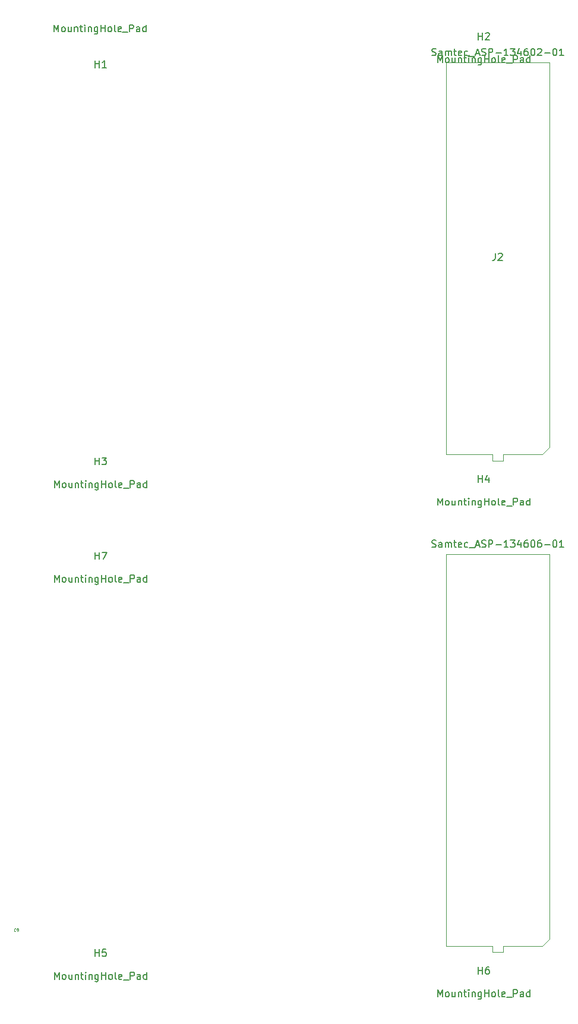
<source format=gbr>
%TF.GenerationSoftware,KiCad,Pcbnew,7.0.10-7.0.10~ubuntu22.04.1*%
%TF.CreationDate,2024-03-14T13:40:30-04:00*%
%TF.ProjectId,dioBreakOutBoard,64696f42-7265-4616-9b4f-7574426f6172,rev?*%
%TF.SameCoordinates,Original*%
%TF.FileFunction,AssemblyDrawing,Top*%
%FSLAX46Y46*%
G04 Gerber Fmt 4.6, Leading zero omitted, Abs format (unit mm)*
G04 Created by KiCad (PCBNEW 7.0.10-7.0.10~ubuntu22.04.1) date 2024-03-14 13:40:30*
%MOMM*%
%LPD*%
G01*
G04 APERTURE LIST*
%ADD10C,0.150000*%
%ADD11C,0.060000*%
%ADD12C,0.100000*%
G04 APERTURE END LIST*
D10*
X223828571Y-26454819D02*
X223828571Y-25454819D01*
X223828571Y-25454819D02*
X224161904Y-26169104D01*
X224161904Y-26169104D02*
X224495237Y-25454819D01*
X224495237Y-25454819D02*
X224495237Y-26454819D01*
X225114285Y-26454819D02*
X225019047Y-26407200D01*
X225019047Y-26407200D02*
X224971428Y-26359580D01*
X224971428Y-26359580D02*
X224923809Y-26264342D01*
X224923809Y-26264342D02*
X224923809Y-25978628D01*
X224923809Y-25978628D02*
X224971428Y-25883390D01*
X224971428Y-25883390D02*
X225019047Y-25835771D01*
X225019047Y-25835771D02*
X225114285Y-25788152D01*
X225114285Y-25788152D02*
X225257142Y-25788152D01*
X225257142Y-25788152D02*
X225352380Y-25835771D01*
X225352380Y-25835771D02*
X225399999Y-25883390D01*
X225399999Y-25883390D02*
X225447618Y-25978628D01*
X225447618Y-25978628D02*
X225447618Y-26264342D01*
X225447618Y-26264342D02*
X225399999Y-26359580D01*
X225399999Y-26359580D02*
X225352380Y-26407200D01*
X225352380Y-26407200D02*
X225257142Y-26454819D01*
X225257142Y-26454819D02*
X225114285Y-26454819D01*
X226304761Y-25788152D02*
X226304761Y-26454819D01*
X225876190Y-25788152D02*
X225876190Y-26311961D01*
X225876190Y-26311961D02*
X225923809Y-26407200D01*
X225923809Y-26407200D02*
X226019047Y-26454819D01*
X226019047Y-26454819D02*
X226161904Y-26454819D01*
X226161904Y-26454819D02*
X226257142Y-26407200D01*
X226257142Y-26407200D02*
X226304761Y-26359580D01*
X226780952Y-25788152D02*
X226780952Y-26454819D01*
X226780952Y-25883390D02*
X226828571Y-25835771D01*
X226828571Y-25835771D02*
X226923809Y-25788152D01*
X226923809Y-25788152D02*
X227066666Y-25788152D01*
X227066666Y-25788152D02*
X227161904Y-25835771D01*
X227161904Y-25835771D02*
X227209523Y-25931009D01*
X227209523Y-25931009D02*
X227209523Y-26454819D01*
X227542857Y-25788152D02*
X227923809Y-25788152D01*
X227685714Y-25454819D02*
X227685714Y-26311961D01*
X227685714Y-26311961D02*
X227733333Y-26407200D01*
X227733333Y-26407200D02*
X227828571Y-26454819D01*
X227828571Y-26454819D02*
X227923809Y-26454819D01*
X228257143Y-26454819D02*
X228257143Y-25788152D01*
X228257143Y-25454819D02*
X228209524Y-25502438D01*
X228209524Y-25502438D02*
X228257143Y-25550057D01*
X228257143Y-25550057D02*
X228304762Y-25502438D01*
X228304762Y-25502438D02*
X228257143Y-25454819D01*
X228257143Y-25454819D02*
X228257143Y-25550057D01*
X228733333Y-25788152D02*
X228733333Y-26454819D01*
X228733333Y-25883390D02*
X228780952Y-25835771D01*
X228780952Y-25835771D02*
X228876190Y-25788152D01*
X228876190Y-25788152D02*
X229019047Y-25788152D01*
X229019047Y-25788152D02*
X229114285Y-25835771D01*
X229114285Y-25835771D02*
X229161904Y-25931009D01*
X229161904Y-25931009D02*
X229161904Y-26454819D01*
X230066666Y-25788152D02*
X230066666Y-26597676D01*
X230066666Y-26597676D02*
X230019047Y-26692914D01*
X230019047Y-26692914D02*
X229971428Y-26740533D01*
X229971428Y-26740533D02*
X229876190Y-26788152D01*
X229876190Y-26788152D02*
X229733333Y-26788152D01*
X229733333Y-26788152D02*
X229638095Y-26740533D01*
X230066666Y-26407200D02*
X229971428Y-26454819D01*
X229971428Y-26454819D02*
X229780952Y-26454819D01*
X229780952Y-26454819D02*
X229685714Y-26407200D01*
X229685714Y-26407200D02*
X229638095Y-26359580D01*
X229638095Y-26359580D02*
X229590476Y-26264342D01*
X229590476Y-26264342D02*
X229590476Y-25978628D01*
X229590476Y-25978628D02*
X229638095Y-25883390D01*
X229638095Y-25883390D02*
X229685714Y-25835771D01*
X229685714Y-25835771D02*
X229780952Y-25788152D01*
X229780952Y-25788152D02*
X229971428Y-25788152D01*
X229971428Y-25788152D02*
X230066666Y-25835771D01*
X230542857Y-26454819D02*
X230542857Y-25454819D01*
X230542857Y-25931009D02*
X231114285Y-25931009D01*
X231114285Y-26454819D02*
X231114285Y-25454819D01*
X231733333Y-26454819D02*
X231638095Y-26407200D01*
X231638095Y-26407200D02*
X231590476Y-26359580D01*
X231590476Y-26359580D02*
X231542857Y-26264342D01*
X231542857Y-26264342D02*
X231542857Y-25978628D01*
X231542857Y-25978628D02*
X231590476Y-25883390D01*
X231590476Y-25883390D02*
X231638095Y-25835771D01*
X231638095Y-25835771D02*
X231733333Y-25788152D01*
X231733333Y-25788152D02*
X231876190Y-25788152D01*
X231876190Y-25788152D02*
X231971428Y-25835771D01*
X231971428Y-25835771D02*
X232019047Y-25883390D01*
X232019047Y-25883390D02*
X232066666Y-25978628D01*
X232066666Y-25978628D02*
X232066666Y-26264342D01*
X232066666Y-26264342D02*
X232019047Y-26359580D01*
X232019047Y-26359580D02*
X231971428Y-26407200D01*
X231971428Y-26407200D02*
X231876190Y-26454819D01*
X231876190Y-26454819D02*
X231733333Y-26454819D01*
X232638095Y-26454819D02*
X232542857Y-26407200D01*
X232542857Y-26407200D02*
X232495238Y-26311961D01*
X232495238Y-26311961D02*
X232495238Y-25454819D01*
X233400000Y-26407200D02*
X233304762Y-26454819D01*
X233304762Y-26454819D02*
X233114286Y-26454819D01*
X233114286Y-26454819D02*
X233019048Y-26407200D01*
X233019048Y-26407200D02*
X232971429Y-26311961D01*
X232971429Y-26311961D02*
X232971429Y-25931009D01*
X232971429Y-25931009D02*
X233019048Y-25835771D01*
X233019048Y-25835771D02*
X233114286Y-25788152D01*
X233114286Y-25788152D02*
X233304762Y-25788152D01*
X233304762Y-25788152D02*
X233400000Y-25835771D01*
X233400000Y-25835771D02*
X233447619Y-25931009D01*
X233447619Y-25931009D02*
X233447619Y-26026247D01*
X233447619Y-26026247D02*
X232971429Y-26121485D01*
X233638096Y-26550057D02*
X234400000Y-26550057D01*
X234638096Y-26454819D02*
X234638096Y-25454819D01*
X234638096Y-25454819D02*
X235019048Y-25454819D01*
X235019048Y-25454819D02*
X235114286Y-25502438D01*
X235114286Y-25502438D02*
X235161905Y-25550057D01*
X235161905Y-25550057D02*
X235209524Y-25645295D01*
X235209524Y-25645295D02*
X235209524Y-25788152D01*
X235209524Y-25788152D02*
X235161905Y-25883390D01*
X235161905Y-25883390D02*
X235114286Y-25931009D01*
X235114286Y-25931009D02*
X235019048Y-25978628D01*
X235019048Y-25978628D02*
X234638096Y-25978628D01*
X236066667Y-26454819D02*
X236066667Y-25931009D01*
X236066667Y-25931009D02*
X236019048Y-25835771D01*
X236019048Y-25835771D02*
X235923810Y-25788152D01*
X235923810Y-25788152D02*
X235733334Y-25788152D01*
X235733334Y-25788152D02*
X235638096Y-25835771D01*
X236066667Y-26407200D02*
X235971429Y-26454819D01*
X235971429Y-26454819D02*
X235733334Y-26454819D01*
X235733334Y-26454819D02*
X235638096Y-26407200D01*
X235638096Y-26407200D02*
X235590477Y-26311961D01*
X235590477Y-26311961D02*
X235590477Y-26216723D01*
X235590477Y-26216723D02*
X235638096Y-26121485D01*
X235638096Y-26121485D02*
X235733334Y-26073866D01*
X235733334Y-26073866D02*
X235971429Y-26073866D01*
X235971429Y-26073866D02*
X236066667Y-26026247D01*
X236971429Y-26454819D02*
X236971429Y-25454819D01*
X236971429Y-26407200D02*
X236876191Y-26454819D01*
X236876191Y-26454819D02*
X236685715Y-26454819D01*
X236685715Y-26454819D02*
X236590477Y-26407200D01*
X236590477Y-26407200D02*
X236542858Y-26359580D01*
X236542858Y-26359580D02*
X236495239Y-26264342D01*
X236495239Y-26264342D02*
X236495239Y-25978628D01*
X236495239Y-25978628D02*
X236542858Y-25883390D01*
X236542858Y-25883390D02*
X236590477Y-25835771D01*
X236590477Y-25835771D02*
X236685715Y-25788152D01*
X236685715Y-25788152D02*
X236876191Y-25788152D01*
X236876191Y-25788152D02*
X236971429Y-25835771D01*
X229638095Y-23204819D02*
X229638095Y-22204819D01*
X229638095Y-22681009D02*
X230209523Y-22681009D01*
X230209523Y-23204819D02*
X230209523Y-22204819D01*
X230638095Y-22300057D02*
X230685714Y-22252438D01*
X230685714Y-22252438D02*
X230780952Y-22204819D01*
X230780952Y-22204819D02*
X231019047Y-22204819D01*
X231019047Y-22204819D02*
X231114285Y-22252438D01*
X231114285Y-22252438D02*
X231161904Y-22300057D01*
X231161904Y-22300057D02*
X231209523Y-22395295D01*
X231209523Y-22395295D02*
X231209523Y-22490533D01*
X231209523Y-22490533D02*
X231161904Y-22633390D01*
X231161904Y-22633390D02*
X230590476Y-23204819D01*
X230590476Y-23204819D02*
X231209523Y-23204819D01*
X169128571Y-22054819D02*
X169128571Y-21054819D01*
X169128571Y-21054819D02*
X169461904Y-21769104D01*
X169461904Y-21769104D02*
X169795237Y-21054819D01*
X169795237Y-21054819D02*
X169795237Y-22054819D01*
X170414285Y-22054819D02*
X170319047Y-22007200D01*
X170319047Y-22007200D02*
X170271428Y-21959580D01*
X170271428Y-21959580D02*
X170223809Y-21864342D01*
X170223809Y-21864342D02*
X170223809Y-21578628D01*
X170223809Y-21578628D02*
X170271428Y-21483390D01*
X170271428Y-21483390D02*
X170319047Y-21435771D01*
X170319047Y-21435771D02*
X170414285Y-21388152D01*
X170414285Y-21388152D02*
X170557142Y-21388152D01*
X170557142Y-21388152D02*
X170652380Y-21435771D01*
X170652380Y-21435771D02*
X170699999Y-21483390D01*
X170699999Y-21483390D02*
X170747618Y-21578628D01*
X170747618Y-21578628D02*
X170747618Y-21864342D01*
X170747618Y-21864342D02*
X170699999Y-21959580D01*
X170699999Y-21959580D02*
X170652380Y-22007200D01*
X170652380Y-22007200D02*
X170557142Y-22054819D01*
X170557142Y-22054819D02*
X170414285Y-22054819D01*
X171604761Y-21388152D02*
X171604761Y-22054819D01*
X171176190Y-21388152D02*
X171176190Y-21911961D01*
X171176190Y-21911961D02*
X171223809Y-22007200D01*
X171223809Y-22007200D02*
X171319047Y-22054819D01*
X171319047Y-22054819D02*
X171461904Y-22054819D01*
X171461904Y-22054819D02*
X171557142Y-22007200D01*
X171557142Y-22007200D02*
X171604761Y-21959580D01*
X172080952Y-21388152D02*
X172080952Y-22054819D01*
X172080952Y-21483390D02*
X172128571Y-21435771D01*
X172128571Y-21435771D02*
X172223809Y-21388152D01*
X172223809Y-21388152D02*
X172366666Y-21388152D01*
X172366666Y-21388152D02*
X172461904Y-21435771D01*
X172461904Y-21435771D02*
X172509523Y-21531009D01*
X172509523Y-21531009D02*
X172509523Y-22054819D01*
X172842857Y-21388152D02*
X173223809Y-21388152D01*
X172985714Y-21054819D02*
X172985714Y-21911961D01*
X172985714Y-21911961D02*
X173033333Y-22007200D01*
X173033333Y-22007200D02*
X173128571Y-22054819D01*
X173128571Y-22054819D02*
X173223809Y-22054819D01*
X173557143Y-22054819D02*
X173557143Y-21388152D01*
X173557143Y-21054819D02*
X173509524Y-21102438D01*
X173509524Y-21102438D02*
X173557143Y-21150057D01*
X173557143Y-21150057D02*
X173604762Y-21102438D01*
X173604762Y-21102438D02*
X173557143Y-21054819D01*
X173557143Y-21054819D02*
X173557143Y-21150057D01*
X174033333Y-21388152D02*
X174033333Y-22054819D01*
X174033333Y-21483390D02*
X174080952Y-21435771D01*
X174080952Y-21435771D02*
X174176190Y-21388152D01*
X174176190Y-21388152D02*
X174319047Y-21388152D01*
X174319047Y-21388152D02*
X174414285Y-21435771D01*
X174414285Y-21435771D02*
X174461904Y-21531009D01*
X174461904Y-21531009D02*
X174461904Y-22054819D01*
X175366666Y-21388152D02*
X175366666Y-22197676D01*
X175366666Y-22197676D02*
X175319047Y-22292914D01*
X175319047Y-22292914D02*
X175271428Y-22340533D01*
X175271428Y-22340533D02*
X175176190Y-22388152D01*
X175176190Y-22388152D02*
X175033333Y-22388152D01*
X175033333Y-22388152D02*
X174938095Y-22340533D01*
X175366666Y-22007200D02*
X175271428Y-22054819D01*
X175271428Y-22054819D02*
X175080952Y-22054819D01*
X175080952Y-22054819D02*
X174985714Y-22007200D01*
X174985714Y-22007200D02*
X174938095Y-21959580D01*
X174938095Y-21959580D02*
X174890476Y-21864342D01*
X174890476Y-21864342D02*
X174890476Y-21578628D01*
X174890476Y-21578628D02*
X174938095Y-21483390D01*
X174938095Y-21483390D02*
X174985714Y-21435771D01*
X174985714Y-21435771D02*
X175080952Y-21388152D01*
X175080952Y-21388152D02*
X175271428Y-21388152D01*
X175271428Y-21388152D02*
X175366666Y-21435771D01*
X175842857Y-22054819D02*
X175842857Y-21054819D01*
X175842857Y-21531009D02*
X176414285Y-21531009D01*
X176414285Y-22054819D02*
X176414285Y-21054819D01*
X177033333Y-22054819D02*
X176938095Y-22007200D01*
X176938095Y-22007200D02*
X176890476Y-21959580D01*
X176890476Y-21959580D02*
X176842857Y-21864342D01*
X176842857Y-21864342D02*
X176842857Y-21578628D01*
X176842857Y-21578628D02*
X176890476Y-21483390D01*
X176890476Y-21483390D02*
X176938095Y-21435771D01*
X176938095Y-21435771D02*
X177033333Y-21388152D01*
X177033333Y-21388152D02*
X177176190Y-21388152D01*
X177176190Y-21388152D02*
X177271428Y-21435771D01*
X177271428Y-21435771D02*
X177319047Y-21483390D01*
X177319047Y-21483390D02*
X177366666Y-21578628D01*
X177366666Y-21578628D02*
X177366666Y-21864342D01*
X177366666Y-21864342D02*
X177319047Y-21959580D01*
X177319047Y-21959580D02*
X177271428Y-22007200D01*
X177271428Y-22007200D02*
X177176190Y-22054819D01*
X177176190Y-22054819D02*
X177033333Y-22054819D01*
X177938095Y-22054819D02*
X177842857Y-22007200D01*
X177842857Y-22007200D02*
X177795238Y-21911961D01*
X177795238Y-21911961D02*
X177795238Y-21054819D01*
X178700000Y-22007200D02*
X178604762Y-22054819D01*
X178604762Y-22054819D02*
X178414286Y-22054819D01*
X178414286Y-22054819D02*
X178319048Y-22007200D01*
X178319048Y-22007200D02*
X178271429Y-21911961D01*
X178271429Y-21911961D02*
X178271429Y-21531009D01*
X178271429Y-21531009D02*
X178319048Y-21435771D01*
X178319048Y-21435771D02*
X178414286Y-21388152D01*
X178414286Y-21388152D02*
X178604762Y-21388152D01*
X178604762Y-21388152D02*
X178700000Y-21435771D01*
X178700000Y-21435771D02*
X178747619Y-21531009D01*
X178747619Y-21531009D02*
X178747619Y-21626247D01*
X178747619Y-21626247D02*
X178271429Y-21721485D01*
X178938096Y-22150057D02*
X179700000Y-22150057D01*
X179938096Y-22054819D02*
X179938096Y-21054819D01*
X179938096Y-21054819D02*
X180319048Y-21054819D01*
X180319048Y-21054819D02*
X180414286Y-21102438D01*
X180414286Y-21102438D02*
X180461905Y-21150057D01*
X180461905Y-21150057D02*
X180509524Y-21245295D01*
X180509524Y-21245295D02*
X180509524Y-21388152D01*
X180509524Y-21388152D02*
X180461905Y-21483390D01*
X180461905Y-21483390D02*
X180414286Y-21531009D01*
X180414286Y-21531009D02*
X180319048Y-21578628D01*
X180319048Y-21578628D02*
X179938096Y-21578628D01*
X181366667Y-22054819D02*
X181366667Y-21531009D01*
X181366667Y-21531009D02*
X181319048Y-21435771D01*
X181319048Y-21435771D02*
X181223810Y-21388152D01*
X181223810Y-21388152D02*
X181033334Y-21388152D01*
X181033334Y-21388152D02*
X180938096Y-21435771D01*
X181366667Y-22007200D02*
X181271429Y-22054819D01*
X181271429Y-22054819D02*
X181033334Y-22054819D01*
X181033334Y-22054819D02*
X180938096Y-22007200D01*
X180938096Y-22007200D02*
X180890477Y-21911961D01*
X180890477Y-21911961D02*
X180890477Y-21816723D01*
X180890477Y-21816723D02*
X180938096Y-21721485D01*
X180938096Y-21721485D02*
X181033334Y-21673866D01*
X181033334Y-21673866D02*
X181271429Y-21673866D01*
X181271429Y-21673866D02*
X181366667Y-21626247D01*
X182271429Y-22054819D02*
X182271429Y-21054819D01*
X182271429Y-22007200D02*
X182176191Y-22054819D01*
X182176191Y-22054819D02*
X181985715Y-22054819D01*
X181985715Y-22054819D02*
X181890477Y-22007200D01*
X181890477Y-22007200D02*
X181842858Y-21959580D01*
X181842858Y-21959580D02*
X181795239Y-21864342D01*
X181795239Y-21864342D02*
X181795239Y-21578628D01*
X181795239Y-21578628D02*
X181842858Y-21483390D01*
X181842858Y-21483390D02*
X181890477Y-21435771D01*
X181890477Y-21435771D02*
X181985715Y-21388152D01*
X181985715Y-21388152D02*
X182176191Y-21388152D01*
X182176191Y-21388152D02*
X182271429Y-21435771D01*
X175038095Y-27154819D02*
X175038095Y-26154819D01*
X175038095Y-26631009D02*
X175609523Y-26631009D01*
X175609523Y-27154819D02*
X175609523Y-26154819D01*
X176609523Y-27154819D02*
X176038095Y-27154819D01*
X176323809Y-27154819D02*
X176323809Y-26154819D01*
X176323809Y-26154819D02*
X176228571Y-26297676D01*
X176228571Y-26297676D02*
X176133333Y-26392914D01*
X176133333Y-26392914D02*
X176038095Y-26440533D01*
X223019047Y-25407200D02*
X223161904Y-25454819D01*
X223161904Y-25454819D02*
X223399999Y-25454819D01*
X223399999Y-25454819D02*
X223495237Y-25407200D01*
X223495237Y-25407200D02*
X223542856Y-25359580D01*
X223542856Y-25359580D02*
X223590475Y-25264342D01*
X223590475Y-25264342D02*
X223590475Y-25169104D01*
X223590475Y-25169104D02*
X223542856Y-25073866D01*
X223542856Y-25073866D02*
X223495237Y-25026247D01*
X223495237Y-25026247D02*
X223399999Y-24978628D01*
X223399999Y-24978628D02*
X223209523Y-24931009D01*
X223209523Y-24931009D02*
X223114285Y-24883390D01*
X223114285Y-24883390D02*
X223066666Y-24835771D01*
X223066666Y-24835771D02*
X223019047Y-24740533D01*
X223019047Y-24740533D02*
X223019047Y-24645295D01*
X223019047Y-24645295D02*
X223066666Y-24550057D01*
X223066666Y-24550057D02*
X223114285Y-24502438D01*
X223114285Y-24502438D02*
X223209523Y-24454819D01*
X223209523Y-24454819D02*
X223447618Y-24454819D01*
X223447618Y-24454819D02*
X223590475Y-24502438D01*
X224447618Y-25454819D02*
X224447618Y-24931009D01*
X224447618Y-24931009D02*
X224399999Y-24835771D01*
X224399999Y-24835771D02*
X224304761Y-24788152D01*
X224304761Y-24788152D02*
X224114285Y-24788152D01*
X224114285Y-24788152D02*
X224019047Y-24835771D01*
X224447618Y-25407200D02*
X224352380Y-25454819D01*
X224352380Y-25454819D02*
X224114285Y-25454819D01*
X224114285Y-25454819D02*
X224019047Y-25407200D01*
X224019047Y-25407200D02*
X223971428Y-25311961D01*
X223971428Y-25311961D02*
X223971428Y-25216723D01*
X223971428Y-25216723D02*
X224019047Y-25121485D01*
X224019047Y-25121485D02*
X224114285Y-25073866D01*
X224114285Y-25073866D02*
X224352380Y-25073866D01*
X224352380Y-25073866D02*
X224447618Y-25026247D01*
X224923809Y-25454819D02*
X224923809Y-24788152D01*
X224923809Y-24883390D02*
X224971428Y-24835771D01*
X224971428Y-24835771D02*
X225066666Y-24788152D01*
X225066666Y-24788152D02*
X225209523Y-24788152D01*
X225209523Y-24788152D02*
X225304761Y-24835771D01*
X225304761Y-24835771D02*
X225352380Y-24931009D01*
X225352380Y-24931009D02*
X225352380Y-25454819D01*
X225352380Y-24931009D02*
X225399999Y-24835771D01*
X225399999Y-24835771D02*
X225495237Y-24788152D01*
X225495237Y-24788152D02*
X225638094Y-24788152D01*
X225638094Y-24788152D02*
X225733333Y-24835771D01*
X225733333Y-24835771D02*
X225780952Y-24931009D01*
X225780952Y-24931009D02*
X225780952Y-25454819D01*
X226114285Y-24788152D02*
X226495237Y-24788152D01*
X226257142Y-24454819D02*
X226257142Y-25311961D01*
X226257142Y-25311961D02*
X226304761Y-25407200D01*
X226304761Y-25407200D02*
X226399999Y-25454819D01*
X226399999Y-25454819D02*
X226495237Y-25454819D01*
X227209523Y-25407200D02*
X227114285Y-25454819D01*
X227114285Y-25454819D02*
X226923809Y-25454819D01*
X226923809Y-25454819D02*
X226828571Y-25407200D01*
X226828571Y-25407200D02*
X226780952Y-25311961D01*
X226780952Y-25311961D02*
X226780952Y-24931009D01*
X226780952Y-24931009D02*
X226828571Y-24835771D01*
X226828571Y-24835771D02*
X226923809Y-24788152D01*
X226923809Y-24788152D02*
X227114285Y-24788152D01*
X227114285Y-24788152D02*
X227209523Y-24835771D01*
X227209523Y-24835771D02*
X227257142Y-24931009D01*
X227257142Y-24931009D02*
X227257142Y-25026247D01*
X227257142Y-25026247D02*
X226780952Y-25121485D01*
X228114285Y-25407200D02*
X228019047Y-25454819D01*
X228019047Y-25454819D02*
X227828571Y-25454819D01*
X227828571Y-25454819D02*
X227733333Y-25407200D01*
X227733333Y-25407200D02*
X227685714Y-25359580D01*
X227685714Y-25359580D02*
X227638095Y-25264342D01*
X227638095Y-25264342D02*
X227638095Y-24978628D01*
X227638095Y-24978628D02*
X227685714Y-24883390D01*
X227685714Y-24883390D02*
X227733333Y-24835771D01*
X227733333Y-24835771D02*
X227828571Y-24788152D01*
X227828571Y-24788152D02*
X228019047Y-24788152D01*
X228019047Y-24788152D02*
X228114285Y-24835771D01*
X228304762Y-25550057D02*
X229066666Y-25550057D01*
X229257143Y-25169104D02*
X229733333Y-25169104D01*
X229161905Y-25454819D02*
X229495238Y-24454819D01*
X229495238Y-24454819D02*
X229828571Y-25454819D01*
X230114286Y-25407200D02*
X230257143Y-25454819D01*
X230257143Y-25454819D02*
X230495238Y-25454819D01*
X230495238Y-25454819D02*
X230590476Y-25407200D01*
X230590476Y-25407200D02*
X230638095Y-25359580D01*
X230638095Y-25359580D02*
X230685714Y-25264342D01*
X230685714Y-25264342D02*
X230685714Y-25169104D01*
X230685714Y-25169104D02*
X230638095Y-25073866D01*
X230638095Y-25073866D02*
X230590476Y-25026247D01*
X230590476Y-25026247D02*
X230495238Y-24978628D01*
X230495238Y-24978628D02*
X230304762Y-24931009D01*
X230304762Y-24931009D02*
X230209524Y-24883390D01*
X230209524Y-24883390D02*
X230161905Y-24835771D01*
X230161905Y-24835771D02*
X230114286Y-24740533D01*
X230114286Y-24740533D02*
X230114286Y-24645295D01*
X230114286Y-24645295D02*
X230161905Y-24550057D01*
X230161905Y-24550057D02*
X230209524Y-24502438D01*
X230209524Y-24502438D02*
X230304762Y-24454819D01*
X230304762Y-24454819D02*
X230542857Y-24454819D01*
X230542857Y-24454819D02*
X230685714Y-24502438D01*
X231114286Y-25454819D02*
X231114286Y-24454819D01*
X231114286Y-24454819D02*
X231495238Y-24454819D01*
X231495238Y-24454819D02*
X231590476Y-24502438D01*
X231590476Y-24502438D02*
X231638095Y-24550057D01*
X231638095Y-24550057D02*
X231685714Y-24645295D01*
X231685714Y-24645295D02*
X231685714Y-24788152D01*
X231685714Y-24788152D02*
X231638095Y-24883390D01*
X231638095Y-24883390D02*
X231590476Y-24931009D01*
X231590476Y-24931009D02*
X231495238Y-24978628D01*
X231495238Y-24978628D02*
X231114286Y-24978628D01*
X232114286Y-25073866D02*
X232876191Y-25073866D01*
X233876190Y-25454819D02*
X233304762Y-25454819D01*
X233590476Y-25454819D02*
X233590476Y-24454819D01*
X233590476Y-24454819D02*
X233495238Y-24597676D01*
X233495238Y-24597676D02*
X233400000Y-24692914D01*
X233400000Y-24692914D02*
X233304762Y-24740533D01*
X234209524Y-24454819D02*
X234828571Y-24454819D01*
X234828571Y-24454819D02*
X234495238Y-24835771D01*
X234495238Y-24835771D02*
X234638095Y-24835771D01*
X234638095Y-24835771D02*
X234733333Y-24883390D01*
X234733333Y-24883390D02*
X234780952Y-24931009D01*
X234780952Y-24931009D02*
X234828571Y-25026247D01*
X234828571Y-25026247D02*
X234828571Y-25264342D01*
X234828571Y-25264342D02*
X234780952Y-25359580D01*
X234780952Y-25359580D02*
X234733333Y-25407200D01*
X234733333Y-25407200D02*
X234638095Y-25454819D01*
X234638095Y-25454819D02*
X234352381Y-25454819D01*
X234352381Y-25454819D02*
X234257143Y-25407200D01*
X234257143Y-25407200D02*
X234209524Y-25359580D01*
X235685714Y-24788152D02*
X235685714Y-25454819D01*
X235447619Y-24407200D02*
X235209524Y-25121485D01*
X235209524Y-25121485D02*
X235828571Y-25121485D01*
X236638095Y-24454819D02*
X236447619Y-24454819D01*
X236447619Y-24454819D02*
X236352381Y-24502438D01*
X236352381Y-24502438D02*
X236304762Y-24550057D01*
X236304762Y-24550057D02*
X236209524Y-24692914D01*
X236209524Y-24692914D02*
X236161905Y-24883390D01*
X236161905Y-24883390D02*
X236161905Y-25264342D01*
X236161905Y-25264342D02*
X236209524Y-25359580D01*
X236209524Y-25359580D02*
X236257143Y-25407200D01*
X236257143Y-25407200D02*
X236352381Y-25454819D01*
X236352381Y-25454819D02*
X236542857Y-25454819D01*
X236542857Y-25454819D02*
X236638095Y-25407200D01*
X236638095Y-25407200D02*
X236685714Y-25359580D01*
X236685714Y-25359580D02*
X236733333Y-25264342D01*
X236733333Y-25264342D02*
X236733333Y-25026247D01*
X236733333Y-25026247D02*
X236685714Y-24931009D01*
X236685714Y-24931009D02*
X236638095Y-24883390D01*
X236638095Y-24883390D02*
X236542857Y-24835771D01*
X236542857Y-24835771D02*
X236352381Y-24835771D01*
X236352381Y-24835771D02*
X236257143Y-24883390D01*
X236257143Y-24883390D02*
X236209524Y-24931009D01*
X236209524Y-24931009D02*
X236161905Y-25026247D01*
X237352381Y-24454819D02*
X237447619Y-24454819D01*
X237447619Y-24454819D02*
X237542857Y-24502438D01*
X237542857Y-24502438D02*
X237590476Y-24550057D01*
X237590476Y-24550057D02*
X237638095Y-24645295D01*
X237638095Y-24645295D02*
X237685714Y-24835771D01*
X237685714Y-24835771D02*
X237685714Y-25073866D01*
X237685714Y-25073866D02*
X237638095Y-25264342D01*
X237638095Y-25264342D02*
X237590476Y-25359580D01*
X237590476Y-25359580D02*
X237542857Y-25407200D01*
X237542857Y-25407200D02*
X237447619Y-25454819D01*
X237447619Y-25454819D02*
X237352381Y-25454819D01*
X237352381Y-25454819D02*
X237257143Y-25407200D01*
X237257143Y-25407200D02*
X237209524Y-25359580D01*
X237209524Y-25359580D02*
X237161905Y-25264342D01*
X237161905Y-25264342D02*
X237114286Y-25073866D01*
X237114286Y-25073866D02*
X237114286Y-24835771D01*
X237114286Y-24835771D02*
X237161905Y-24645295D01*
X237161905Y-24645295D02*
X237209524Y-24550057D01*
X237209524Y-24550057D02*
X237257143Y-24502438D01*
X237257143Y-24502438D02*
X237352381Y-24454819D01*
X238066667Y-24550057D02*
X238114286Y-24502438D01*
X238114286Y-24502438D02*
X238209524Y-24454819D01*
X238209524Y-24454819D02*
X238447619Y-24454819D01*
X238447619Y-24454819D02*
X238542857Y-24502438D01*
X238542857Y-24502438D02*
X238590476Y-24550057D01*
X238590476Y-24550057D02*
X238638095Y-24645295D01*
X238638095Y-24645295D02*
X238638095Y-24740533D01*
X238638095Y-24740533D02*
X238590476Y-24883390D01*
X238590476Y-24883390D02*
X238019048Y-25454819D01*
X238019048Y-25454819D02*
X238638095Y-25454819D01*
X239066667Y-25073866D02*
X239828572Y-25073866D01*
X240495238Y-24454819D02*
X240590476Y-24454819D01*
X240590476Y-24454819D02*
X240685714Y-24502438D01*
X240685714Y-24502438D02*
X240733333Y-24550057D01*
X240733333Y-24550057D02*
X240780952Y-24645295D01*
X240780952Y-24645295D02*
X240828571Y-24835771D01*
X240828571Y-24835771D02*
X240828571Y-25073866D01*
X240828571Y-25073866D02*
X240780952Y-25264342D01*
X240780952Y-25264342D02*
X240733333Y-25359580D01*
X240733333Y-25359580D02*
X240685714Y-25407200D01*
X240685714Y-25407200D02*
X240590476Y-25454819D01*
X240590476Y-25454819D02*
X240495238Y-25454819D01*
X240495238Y-25454819D02*
X240400000Y-25407200D01*
X240400000Y-25407200D02*
X240352381Y-25359580D01*
X240352381Y-25359580D02*
X240304762Y-25264342D01*
X240304762Y-25264342D02*
X240257143Y-25073866D01*
X240257143Y-25073866D02*
X240257143Y-24835771D01*
X240257143Y-24835771D02*
X240304762Y-24645295D01*
X240304762Y-24645295D02*
X240352381Y-24550057D01*
X240352381Y-24550057D02*
X240400000Y-24502438D01*
X240400000Y-24502438D02*
X240495238Y-24454819D01*
X241780952Y-25454819D02*
X241209524Y-25454819D01*
X241495238Y-25454819D02*
X241495238Y-24454819D01*
X241495238Y-24454819D02*
X241400000Y-24597676D01*
X241400000Y-24597676D02*
X241304762Y-24692914D01*
X241304762Y-24692914D02*
X241209524Y-24740533D01*
X232066666Y-53584819D02*
X232066666Y-54299104D01*
X232066666Y-54299104D02*
X232019047Y-54441961D01*
X232019047Y-54441961D02*
X231923809Y-54537200D01*
X231923809Y-54537200D02*
X231780952Y-54584819D01*
X231780952Y-54584819D02*
X231685714Y-54584819D01*
X232495238Y-53680057D02*
X232542857Y-53632438D01*
X232542857Y-53632438D02*
X232638095Y-53584819D01*
X232638095Y-53584819D02*
X232876190Y-53584819D01*
X232876190Y-53584819D02*
X232971428Y-53632438D01*
X232971428Y-53632438D02*
X233019047Y-53680057D01*
X233019047Y-53680057D02*
X233066666Y-53775295D01*
X233066666Y-53775295D02*
X233066666Y-53870533D01*
X233066666Y-53870533D02*
X233019047Y-54013390D01*
X233019047Y-54013390D02*
X232447619Y-54584819D01*
X232447619Y-54584819D02*
X233066666Y-54584819D01*
X169228571Y-156954819D02*
X169228571Y-155954819D01*
X169228571Y-155954819D02*
X169561904Y-156669104D01*
X169561904Y-156669104D02*
X169895237Y-155954819D01*
X169895237Y-155954819D02*
X169895237Y-156954819D01*
X170514285Y-156954819D02*
X170419047Y-156907200D01*
X170419047Y-156907200D02*
X170371428Y-156859580D01*
X170371428Y-156859580D02*
X170323809Y-156764342D01*
X170323809Y-156764342D02*
X170323809Y-156478628D01*
X170323809Y-156478628D02*
X170371428Y-156383390D01*
X170371428Y-156383390D02*
X170419047Y-156335771D01*
X170419047Y-156335771D02*
X170514285Y-156288152D01*
X170514285Y-156288152D02*
X170657142Y-156288152D01*
X170657142Y-156288152D02*
X170752380Y-156335771D01*
X170752380Y-156335771D02*
X170799999Y-156383390D01*
X170799999Y-156383390D02*
X170847618Y-156478628D01*
X170847618Y-156478628D02*
X170847618Y-156764342D01*
X170847618Y-156764342D02*
X170799999Y-156859580D01*
X170799999Y-156859580D02*
X170752380Y-156907200D01*
X170752380Y-156907200D02*
X170657142Y-156954819D01*
X170657142Y-156954819D02*
X170514285Y-156954819D01*
X171704761Y-156288152D02*
X171704761Y-156954819D01*
X171276190Y-156288152D02*
X171276190Y-156811961D01*
X171276190Y-156811961D02*
X171323809Y-156907200D01*
X171323809Y-156907200D02*
X171419047Y-156954819D01*
X171419047Y-156954819D02*
X171561904Y-156954819D01*
X171561904Y-156954819D02*
X171657142Y-156907200D01*
X171657142Y-156907200D02*
X171704761Y-156859580D01*
X172180952Y-156288152D02*
X172180952Y-156954819D01*
X172180952Y-156383390D02*
X172228571Y-156335771D01*
X172228571Y-156335771D02*
X172323809Y-156288152D01*
X172323809Y-156288152D02*
X172466666Y-156288152D01*
X172466666Y-156288152D02*
X172561904Y-156335771D01*
X172561904Y-156335771D02*
X172609523Y-156431009D01*
X172609523Y-156431009D02*
X172609523Y-156954819D01*
X172942857Y-156288152D02*
X173323809Y-156288152D01*
X173085714Y-155954819D02*
X173085714Y-156811961D01*
X173085714Y-156811961D02*
X173133333Y-156907200D01*
X173133333Y-156907200D02*
X173228571Y-156954819D01*
X173228571Y-156954819D02*
X173323809Y-156954819D01*
X173657143Y-156954819D02*
X173657143Y-156288152D01*
X173657143Y-155954819D02*
X173609524Y-156002438D01*
X173609524Y-156002438D02*
X173657143Y-156050057D01*
X173657143Y-156050057D02*
X173704762Y-156002438D01*
X173704762Y-156002438D02*
X173657143Y-155954819D01*
X173657143Y-155954819D02*
X173657143Y-156050057D01*
X174133333Y-156288152D02*
X174133333Y-156954819D01*
X174133333Y-156383390D02*
X174180952Y-156335771D01*
X174180952Y-156335771D02*
X174276190Y-156288152D01*
X174276190Y-156288152D02*
X174419047Y-156288152D01*
X174419047Y-156288152D02*
X174514285Y-156335771D01*
X174514285Y-156335771D02*
X174561904Y-156431009D01*
X174561904Y-156431009D02*
X174561904Y-156954819D01*
X175466666Y-156288152D02*
X175466666Y-157097676D01*
X175466666Y-157097676D02*
X175419047Y-157192914D01*
X175419047Y-157192914D02*
X175371428Y-157240533D01*
X175371428Y-157240533D02*
X175276190Y-157288152D01*
X175276190Y-157288152D02*
X175133333Y-157288152D01*
X175133333Y-157288152D02*
X175038095Y-157240533D01*
X175466666Y-156907200D02*
X175371428Y-156954819D01*
X175371428Y-156954819D02*
X175180952Y-156954819D01*
X175180952Y-156954819D02*
X175085714Y-156907200D01*
X175085714Y-156907200D02*
X175038095Y-156859580D01*
X175038095Y-156859580D02*
X174990476Y-156764342D01*
X174990476Y-156764342D02*
X174990476Y-156478628D01*
X174990476Y-156478628D02*
X175038095Y-156383390D01*
X175038095Y-156383390D02*
X175085714Y-156335771D01*
X175085714Y-156335771D02*
X175180952Y-156288152D01*
X175180952Y-156288152D02*
X175371428Y-156288152D01*
X175371428Y-156288152D02*
X175466666Y-156335771D01*
X175942857Y-156954819D02*
X175942857Y-155954819D01*
X175942857Y-156431009D02*
X176514285Y-156431009D01*
X176514285Y-156954819D02*
X176514285Y-155954819D01*
X177133333Y-156954819D02*
X177038095Y-156907200D01*
X177038095Y-156907200D02*
X176990476Y-156859580D01*
X176990476Y-156859580D02*
X176942857Y-156764342D01*
X176942857Y-156764342D02*
X176942857Y-156478628D01*
X176942857Y-156478628D02*
X176990476Y-156383390D01*
X176990476Y-156383390D02*
X177038095Y-156335771D01*
X177038095Y-156335771D02*
X177133333Y-156288152D01*
X177133333Y-156288152D02*
X177276190Y-156288152D01*
X177276190Y-156288152D02*
X177371428Y-156335771D01*
X177371428Y-156335771D02*
X177419047Y-156383390D01*
X177419047Y-156383390D02*
X177466666Y-156478628D01*
X177466666Y-156478628D02*
X177466666Y-156764342D01*
X177466666Y-156764342D02*
X177419047Y-156859580D01*
X177419047Y-156859580D02*
X177371428Y-156907200D01*
X177371428Y-156907200D02*
X177276190Y-156954819D01*
X177276190Y-156954819D02*
X177133333Y-156954819D01*
X178038095Y-156954819D02*
X177942857Y-156907200D01*
X177942857Y-156907200D02*
X177895238Y-156811961D01*
X177895238Y-156811961D02*
X177895238Y-155954819D01*
X178800000Y-156907200D02*
X178704762Y-156954819D01*
X178704762Y-156954819D02*
X178514286Y-156954819D01*
X178514286Y-156954819D02*
X178419048Y-156907200D01*
X178419048Y-156907200D02*
X178371429Y-156811961D01*
X178371429Y-156811961D02*
X178371429Y-156431009D01*
X178371429Y-156431009D02*
X178419048Y-156335771D01*
X178419048Y-156335771D02*
X178514286Y-156288152D01*
X178514286Y-156288152D02*
X178704762Y-156288152D01*
X178704762Y-156288152D02*
X178800000Y-156335771D01*
X178800000Y-156335771D02*
X178847619Y-156431009D01*
X178847619Y-156431009D02*
X178847619Y-156526247D01*
X178847619Y-156526247D02*
X178371429Y-156621485D01*
X179038096Y-157050057D02*
X179800000Y-157050057D01*
X180038096Y-156954819D02*
X180038096Y-155954819D01*
X180038096Y-155954819D02*
X180419048Y-155954819D01*
X180419048Y-155954819D02*
X180514286Y-156002438D01*
X180514286Y-156002438D02*
X180561905Y-156050057D01*
X180561905Y-156050057D02*
X180609524Y-156145295D01*
X180609524Y-156145295D02*
X180609524Y-156288152D01*
X180609524Y-156288152D02*
X180561905Y-156383390D01*
X180561905Y-156383390D02*
X180514286Y-156431009D01*
X180514286Y-156431009D02*
X180419048Y-156478628D01*
X180419048Y-156478628D02*
X180038096Y-156478628D01*
X181466667Y-156954819D02*
X181466667Y-156431009D01*
X181466667Y-156431009D02*
X181419048Y-156335771D01*
X181419048Y-156335771D02*
X181323810Y-156288152D01*
X181323810Y-156288152D02*
X181133334Y-156288152D01*
X181133334Y-156288152D02*
X181038096Y-156335771D01*
X181466667Y-156907200D02*
X181371429Y-156954819D01*
X181371429Y-156954819D02*
X181133334Y-156954819D01*
X181133334Y-156954819D02*
X181038096Y-156907200D01*
X181038096Y-156907200D02*
X180990477Y-156811961D01*
X180990477Y-156811961D02*
X180990477Y-156716723D01*
X180990477Y-156716723D02*
X181038096Y-156621485D01*
X181038096Y-156621485D02*
X181133334Y-156573866D01*
X181133334Y-156573866D02*
X181371429Y-156573866D01*
X181371429Y-156573866D02*
X181466667Y-156526247D01*
X182371429Y-156954819D02*
X182371429Y-155954819D01*
X182371429Y-156907200D02*
X182276191Y-156954819D01*
X182276191Y-156954819D02*
X182085715Y-156954819D01*
X182085715Y-156954819D02*
X181990477Y-156907200D01*
X181990477Y-156907200D02*
X181942858Y-156859580D01*
X181942858Y-156859580D02*
X181895239Y-156764342D01*
X181895239Y-156764342D02*
X181895239Y-156478628D01*
X181895239Y-156478628D02*
X181942858Y-156383390D01*
X181942858Y-156383390D02*
X181990477Y-156335771D01*
X181990477Y-156335771D02*
X182085715Y-156288152D01*
X182085715Y-156288152D02*
X182276191Y-156288152D01*
X182276191Y-156288152D02*
X182371429Y-156335771D01*
X175038095Y-153704819D02*
X175038095Y-152704819D01*
X175038095Y-153181009D02*
X175609523Y-153181009D01*
X175609523Y-153704819D02*
X175609523Y-152704819D01*
X176561904Y-152704819D02*
X176085714Y-152704819D01*
X176085714Y-152704819D02*
X176038095Y-153181009D01*
X176038095Y-153181009D02*
X176085714Y-153133390D01*
X176085714Y-153133390D02*
X176180952Y-153085771D01*
X176180952Y-153085771D02*
X176419047Y-153085771D01*
X176419047Y-153085771D02*
X176514285Y-153133390D01*
X176514285Y-153133390D02*
X176561904Y-153181009D01*
X176561904Y-153181009D02*
X176609523Y-153276247D01*
X176609523Y-153276247D02*
X176609523Y-153514342D01*
X176609523Y-153514342D02*
X176561904Y-153609580D01*
X176561904Y-153609580D02*
X176514285Y-153657200D01*
X176514285Y-153657200D02*
X176419047Y-153704819D01*
X176419047Y-153704819D02*
X176180952Y-153704819D01*
X176180952Y-153704819D02*
X176085714Y-153657200D01*
X176085714Y-153657200D02*
X176038095Y-153609580D01*
X223828571Y-89454819D02*
X223828571Y-88454819D01*
X223828571Y-88454819D02*
X224161904Y-89169104D01*
X224161904Y-89169104D02*
X224495237Y-88454819D01*
X224495237Y-88454819D02*
X224495237Y-89454819D01*
X225114285Y-89454819D02*
X225019047Y-89407200D01*
X225019047Y-89407200D02*
X224971428Y-89359580D01*
X224971428Y-89359580D02*
X224923809Y-89264342D01*
X224923809Y-89264342D02*
X224923809Y-88978628D01*
X224923809Y-88978628D02*
X224971428Y-88883390D01*
X224971428Y-88883390D02*
X225019047Y-88835771D01*
X225019047Y-88835771D02*
X225114285Y-88788152D01*
X225114285Y-88788152D02*
X225257142Y-88788152D01*
X225257142Y-88788152D02*
X225352380Y-88835771D01*
X225352380Y-88835771D02*
X225399999Y-88883390D01*
X225399999Y-88883390D02*
X225447618Y-88978628D01*
X225447618Y-88978628D02*
X225447618Y-89264342D01*
X225447618Y-89264342D02*
X225399999Y-89359580D01*
X225399999Y-89359580D02*
X225352380Y-89407200D01*
X225352380Y-89407200D02*
X225257142Y-89454819D01*
X225257142Y-89454819D02*
X225114285Y-89454819D01*
X226304761Y-88788152D02*
X226304761Y-89454819D01*
X225876190Y-88788152D02*
X225876190Y-89311961D01*
X225876190Y-89311961D02*
X225923809Y-89407200D01*
X225923809Y-89407200D02*
X226019047Y-89454819D01*
X226019047Y-89454819D02*
X226161904Y-89454819D01*
X226161904Y-89454819D02*
X226257142Y-89407200D01*
X226257142Y-89407200D02*
X226304761Y-89359580D01*
X226780952Y-88788152D02*
X226780952Y-89454819D01*
X226780952Y-88883390D02*
X226828571Y-88835771D01*
X226828571Y-88835771D02*
X226923809Y-88788152D01*
X226923809Y-88788152D02*
X227066666Y-88788152D01*
X227066666Y-88788152D02*
X227161904Y-88835771D01*
X227161904Y-88835771D02*
X227209523Y-88931009D01*
X227209523Y-88931009D02*
X227209523Y-89454819D01*
X227542857Y-88788152D02*
X227923809Y-88788152D01*
X227685714Y-88454819D02*
X227685714Y-89311961D01*
X227685714Y-89311961D02*
X227733333Y-89407200D01*
X227733333Y-89407200D02*
X227828571Y-89454819D01*
X227828571Y-89454819D02*
X227923809Y-89454819D01*
X228257143Y-89454819D02*
X228257143Y-88788152D01*
X228257143Y-88454819D02*
X228209524Y-88502438D01*
X228209524Y-88502438D02*
X228257143Y-88550057D01*
X228257143Y-88550057D02*
X228304762Y-88502438D01*
X228304762Y-88502438D02*
X228257143Y-88454819D01*
X228257143Y-88454819D02*
X228257143Y-88550057D01*
X228733333Y-88788152D02*
X228733333Y-89454819D01*
X228733333Y-88883390D02*
X228780952Y-88835771D01*
X228780952Y-88835771D02*
X228876190Y-88788152D01*
X228876190Y-88788152D02*
X229019047Y-88788152D01*
X229019047Y-88788152D02*
X229114285Y-88835771D01*
X229114285Y-88835771D02*
X229161904Y-88931009D01*
X229161904Y-88931009D02*
X229161904Y-89454819D01*
X230066666Y-88788152D02*
X230066666Y-89597676D01*
X230066666Y-89597676D02*
X230019047Y-89692914D01*
X230019047Y-89692914D02*
X229971428Y-89740533D01*
X229971428Y-89740533D02*
X229876190Y-89788152D01*
X229876190Y-89788152D02*
X229733333Y-89788152D01*
X229733333Y-89788152D02*
X229638095Y-89740533D01*
X230066666Y-89407200D02*
X229971428Y-89454819D01*
X229971428Y-89454819D02*
X229780952Y-89454819D01*
X229780952Y-89454819D02*
X229685714Y-89407200D01*
X229685714Y-89407200D02*
X229638095Y-89359580D01*
X229638095Y-89359580D02*
X229590476Y-89264342D01*
X229590476Y-89264342D02*
X229590476Y-88978628D01*
X229590476Y-88978628D02*
X229638095Y-88883390D01*
X229638095Y-88883390D02*
X229685714Y-88835771D01*
X229685714Y-88835771D02*
X229780952Y-88788152D01*
X229780952Y-88788152D02*
X229971428Y-88788152D01*
X229971428Y-88788152D02*
X230066666Y-88835771D01*
X230542857Y-89454819D02*
X230542857Y-88454819D01*
X230542857Y-88931009D02*
X231114285Y-88931009D01*
X231114285Y-89454819D02*
X231114285Y-88454819D01*
X231733333Y-89454819D02*
X231638095Y-89407200D01*
X231638095Y-89407200D02*
X231590476Y-89359580D01*
X231590476Y-89359580D02*
X231542857Y-89264342D01*
X231542857Y-89264342D02*
X231542857Y-88978628D01*
X231542857Y-88978628D02*
X231590476Y-88883390D01*
X231590476Y-88883390D02*
X231638095Y-88835771D01*
X231638095Y-88835771D02*
X231733333Y-88788152D01*
X231733333Y-88788152D02*
X231876190Y-88788152D01*
X231876190Y-88788152D02*
X231971428Y-88835771D01*
X231971428Y-88835771D02*
X232019047Y-88883390D01*
X232019047Y-88883390D02*
X232066666Y-88978628D01*
X232066666Y-88978628D02*
X232066666Y-89264342D01*
X232066666Y-89264342D02*
X232019047Y-89359580D01*
X232019047Y-89359580D02*
X231971428Y-89407200D01*
X231971428Y-89407200D02*
X231876190Y-89454819D01*
X231876190Y-89454819D02*
X231733333Y-89454819D01*
X232638095Y-89454819D02*
X232542857Y-89407200D01*
X232542857Y-89407200D02*
X232495238Y-89311961D01*
X232495238Y-89311961D02*
X232495238Y-88454819D01*
X233400000Y-89407200D02*
X233304762Y-89454819D01*
X233304762Y-89454819D02*
X233114286Y-89454819D01*
X233114286Y-89454819D02*
X233019048Y-89407200D01*
X233019048Y-89407200D02*
X232971429Y-89311961D01*
X232971429Y-89311961D02*
X232971429Y-88931009D01*
X232971429Y-88931009D02*
X233019048Y-88835771D01*
X233019048Y-88835771D02*
X233114286Y-88788152D01*
X233114286Y-88788152D02*
X233304762Y-88788152D01*
X233304762Y-88788152D02*
X233400000Y-88835771D01*
X233400000Y-88835771D02*
X233447619Y-88931009D01*
X233447619Y-88931009D02*
X233447619Y-89026247D01*
X233447619Y-89026247D02*
X232971429Y-89121485D01*
X233638096Y-89550057D02*
X234400000Y-89550057D01*
X234638096Y-89454819D02*
X234638096Y-88454819D01*
X234638096Y-88454819D02*
X235019048Y-88454819D01*
X235019048Y-88454819D02*
X235114286Y-88502438D01*
X235114286Y-88502438D02*
X235161905Y-88550057D01*
X235161905Y-88550057D02*
X235209524Y-88645295D01*
X235209524Y-88645295D02*
X235209524Y-88788152D01*
X235209524Y-88788152D02*
X235161905Y-88883390D01*
X235161905Y-88883390D02*
X235114286Y-88931009D01*
X235114286Y-88931009D02*
X235019048Y-88978628D01*
X235019048Y-88978628D02*
X234638096Y-88978628D01*
X236066667Y-89454819D02*
X236066667Y-88931009D01*
X236066667Y-88931009D02*
X236019048Y-88835771D01*
X236019048Y-88835771D02*
X235923810Y-88788152D01*
X235923810Y-88788152D02*
X235733334Y-88788152D01*
X235733334Y-88788152D02*
X235638096Y-88835771D01*
X236066667Y-89407200D02*
X235971429Y-89454819D01*
X235971429Y-89454819D02*
X235733334Y-89454819D01*
X235733334Y-89454819D02*
X235638096Y-89407200D01*
X235638096Y-89407200D02*
X235590477Y-89311961D01*
X235590477Y-89311961D02*
X235590477Y-89216723D01*
X235590477Y-89216723D02*
X235638096Y-89121485D01*
X235638096Y-89121485D02*
X235733334Y-89073866D01*
X235733334Y-89073866D02*
X235971429Y-89073866D01*
X235971429Y-89073866D02*
X236066667Y-89026247D01*
X236971429Y-89454819D02*
X236971429Y-88454819D01*
X236971429Y-89407200D02*
X236876191Y-89454819D01*
X236876191Y-89454819D02*
X236685715Y-89454819D01*
X236685715Y-89454819D02*
X236590477Y-89407200D01*
X236590477Y-89407200D02*
X236542858Y-89359580D01*
X236542858Y-89359580D02*
X236495239Y-89264342D01*
X236495239Y-89264342D02*
X236495239Y-88978628D01*
X236495239Y-88978628D02*
X236542858Y-88883390D01*
X236542858Y-88883390D02*
X236590477Y-88835771D01*
X236590477Y-88835771D02*
X236685715Y-88788152D01*
X236685715Y-88788152D02*
X236876191Y-88788152D01*
X236876191Y-88788152D02*
X236971429Y-88835771D01*
X229638095Y-86204819D02*
X229638095Y-85204819D01*
X229638095Y-85681009D02*
X230209523Y-85681009D01*
X230209523Y-86204819D02*
X230209523Y-85204819D01*
X231114285Y-85538152D02*
X231114285Y-86204819D01*
X230876190Y-85157200D02*
X230638095Y-85871485D01*
X230638095Y-85871485D02*
X231257142Y-85871485D01*
X169228571Y-100404819D02*
X169228571Y-99404819D01*
X169228571Y-99404819D02*
X169561904Y-100119104D01*
X169561904Y-100119104D02*
X169895237Y-99404819D01*
X169895237Y-99404819D02*
X169895237Y-100404819D01*
X170514285Y-100404819D02*
X170419047Y-100357200D01*
X170419047Y-100357200D02*
X170371428Y-100309580D01*
X170371428Y-100309580D02*
X170323809Y-100214342D01*
X170323809Y-100214342D02*
X170323809Y-99928628D01*
X170323809Y-99928628D02*
X170371428Y-99833390D01*
X170371428Y-99833390D02*
X170419047Y-99785771D01*
X170419047Y-99785771D02*
X170514285Y-99738152D01*
X170514285Y-99738152D02*
X170657142Y-99738152D01*
X170657142Y-99738152D02*
X170752380Y-99785771D01*
X170752380Y-99785771D02*
X170799999Y-99833390D01*
X170799999Y-99833390D02*
X170847618Y-99928628D01*
X170847618Y-99928628D02*
X170847618Y-100214342D01*
X170847618Y-100214342D02*
X170799999Y-100309580D01*
X170799999Y-100309580D02*
X170752380Y-100357200D01*
X170752380Y-100357200D02*
X170657142Y-100404819D01*
X170657142Y-100404819D02*
X170514285Y-100404819D01*
X171704761Y-99738152D02*
X171704761Y-100404819D01*
X171276190Y-99738152D02*
X171276190Y-100261961D01*
X171276190Y-100261961D02*
X171323809Y-100357200D01*
X171323809Y-100357200D02*
X171419047Y-100404819D01*
X171419047Y-100404819D02*
X171561904Y-100404819D01*
X171561904Y-100404819D02*
X171657142Y-100357200D01*
X171657142Y-100357200D02*
X171704761Y-100309580D01*
X172180952Y-99738152D02*
X172180952Y-100404819D01*
X172180952Y-99833390D02*
X172228571Y-99785771D01*
X172228571Y-99785771D02*
X172323809Y-99738152D01*
X172323809Y-99738152D02*
X172466666Y-99738152D01*
X172466666Y-99738152D02*
X172561904Y-99785771D01*
X172561904Y-99785771D02*
X172609523Y-99881009D01*
X172609523Y-99881009D02*
X172609523Y-100404819D01*
X172942857Y-99738152D02*
X173323809Y-99738152D01*
X173085714Y-99404819D02*
X173085714Y-100261961D01*
X173085714Y-100261961D02*
X173133333Y-100357200D01*
X173133333Y-100357200D02*
X173228571Y-100404819D01*
X173228571Y-100404819D02*
X173323809Y-100404819D01*
X173657143Y-100404819D02*
X173657143Y-99738152D01*
X173657143Y-99404819D02*
X173609524Y-99452438D01*
X173609524Y-99452438D02*
X173657143Y-99500057D01*
X173657143Y-99500057D02*
X173704762Y-99452438D01*
X173704762Y-99452438D02*
X173657143Y-99404819D01*
X173657143Y-99404819D02*
X173657143Y-99500057D01*
X174133333Y-99738152D02*
X174133333Y-100404819D01*
X174133333Y-99833390D02*
X174180952Y-99785771D01*
X174180952Y-99785771D02*
X174276190Y-99738152D01*
X174276190Y-99738152D02*
X174419047Y-99738152D01*
X174419047Y-99738152D02*
X174514285Y-99785771D01*
X174514285Y-99785771D02*
X174561904Y-99881009D01*
X174561904Y-99881009D02*
X174561904Y-100404819D01*
X175466666Y-99738152D02*
X175466666Y-100547676D01*
X175466666Y-100547676D02*
X175419047Y-100642914D01*
X175419047Y-100642914D02*
X175371428Y-100690533D01*
X175371428Y-100690533D02*
X175276190Y-100738152D01*
X175276190Y-100738152D02*
X175133333Y-100738152D01*
X175133333Y-100738152D02*
X175038095Y-100690533D01*
X175466666Y-100357200D02*
X175371428Y-100404819D01*
X175371428Y-100404819D02*
X175180952Y-100404819D01*
X175180952Y-100404819D02*
X175085714Y-100357200D01*
X175085714Y-100357200D02*
X175038095Y-100309580D01*
X175038095Y-100309580D02*
X174990476Y-100214342D01*
X174990476Y-100214342D02*
X174990476Y-99928628D01*
X174990476Y-99928628D02*
X175038095Y-99833390D01*
X175038095Y-99833390D02*
X175085714Y-99785771D01*
X175085714Y-99785771D02*
X175180952Y-99738152D01*
X175180952Y-99738152D02*
X175371428Y-99738152D01*
X175371428Y-99738152D02*
X175466666Y-99785771D01*
X175942857Y-100404819D02*
X175942857Y-99404819D01*
X175942857Y-99881009D02*
X176514285Y-99881009D01*
X176514285Y-100404819D02*
X176514285Y-99404819D01*
X177133333Y-100404819D02*
X177038095Y-100357200D01*
X177038095Y-100357200D02*
X176990476Y-100309580D01*
X176990476Y-100309580D02*
X176942857Y-100214342D01*
X176942857Y-100214342D02*
X176942857Y-99928628D01*
X176942857Y-99928628D02*
X176990476Y-99833390D01*
X176990476Y-99833390D02*
X177038095Y-99785771D01*
X177038095Y-99785771D02*
X177133333Y-99738152D01*
X177133333Y-99738152D02*
X177276190Y-99738152D01*
X177276190Y-99738152D02*
X177371428Y-99785771D01*
X177371428Y-99785771D02*
X177419047Y-99833390D01*
X177419047Y-99833390D02*
X177466666Y-99928628D01*
X177466666Y-99928628D02*
X177466666Y-100214342D01*
X177466666Y-100214342D02*
X177419047Y-100309580D01*
X177419047Y-100309580D02*
X177371428Y-100357200D01*
X177371428Y-100357200D02*
X177276190Y-100404819D01*
X177276190Y-100404819D02*
X177133333Y-100404819D01*
X178038095Y-100404819D02*
X177942857Y-100357200D01*
X177942857Y-100357200D02*
X177895238Y-100261961D01*
X177895238Y-100261961D02*
X177895238Y-99404819D01*
X178800000Y-100357200D02*
X178704762Y-100404819D01*
X178704762Y-100404819D02*
X178514286Y-100404819D01*
X178514286Y-100404819D02*
X178419048Y-100357200D01*
X178419048Y-100357200D02*
X178371429Y-100261961D01*
X178371429Y-100261961D02*
X178371429Y-99881009D01*
X178371429Y-99881009D02*
X178419048Y-99785771D01*
X178419048Y-99785771D02*
X178514286Y-99738152D01*
X178514286Y-99738152D02*
X178704762Y-99738152D01*
X178704762Y-99738152D02*
X178800000Y-99785771D01*
X178800000Y-99785771D02*
X178847619Y-99881009D01*
X178847619Y-99881009D02*
X178847619Y-99976247D01*
X178847619Y-99976247D02*
X178371429Y-100071485D01*
X179038096Y-100500057D02*
X179800000Y-100500057D01*
X180038096Y-100404819D02*
X180038096Y-99404819D01*
X180038096Y-99404819D02*
X180419048Y-99404819D01*
X180419048Y-99404819D02*
X180514286Y-99452438D01*
X180514286Y-99452438D02*
X180561905Y-99500057D01*
X180561905Y-99500057D02*
X180609524Y-99595295D01*
X180609524Y-99595295D02*
X180609524Y-99738152D01*
X180609524Y-99738152D02*
X180561905Y-99833390D01*
X180561905Y-99833390D02*
X180514286Y-99881009D01*
X180514286Y-99881009D02*
X180419048Y-99928628D01*
X180419048Y-99928628D02*
X180038096Y-99928628D01*
X181466667Y-100404819D02*
X181466667Y-99881009D01*
X181466667Y-99881009D02*
X181419048Y-99785771D01*
X181419048Y-99785771D02*
X181323810Y-99738152D01*
X181323810Y-99738152D02*
X181133334Y-99738152D01*
X181133334Y-99738152D02*
X181038096Y-99785771D01*
X181466667Y-100357200D02*
X181371429Y-100404819D01*
X181371429Y-100404819D02*
X181133334Y-100404819D01*
X181133334Y-100404819D02*
X181038096Y-100357200D01*
X181038096Y-100357200D02*
X180990477Y-100261961D01*
X180990477Y-100261961D02*
X180990477Y-100166723D01*
X180990477Y-100166723D02*
X181038096Y-100071485D01*
X181038096Y-100071485D02*
X181133334Y-100023866D01*
X181133334Y-100023866D02*
X181371429Y-100023866D01*
X181371429Y-100023866D02*
X181466667Y-99976247D01*
X182371429Y-100404819D02*
X182371429Y-99404819D01*
X182371429Y-100357200D02*
X182276191Y-100404819D01*
X182276191Y-100404819D02*
X182085715Y-100404819D01*
X182085715Y-100404819D02*
X181990477Y-100357200D01*
X181990477Y-100357200D02*
X181942858Y-100309580D01*
X181942858Y-100309580D02*
X181895239Y-100214342D01*
X181895239Y-100214342D02*
X181895239Y-99928628D01*
X181895239Y-99928628D02*
X181942858Y-99833390D01*
X181942858Y-99833390D02*
X181990477Y-99785771D01*
X181990477Y-99785771D02*
X182085715Y-99738152D01*
X182085715Y-99738152D02*
X182276191Y-99738152D01*
X182276191Y-99738152D02*
X182371429Y-99785771D01*
X175038095Y-97154819D02*
X175038095Y-96154819D01*
X175038095Y-96631009D02*
X175609523Y-96631009D01*
X175609523Y-97154819D02*
X175609523Y-96154819D01*
X175990476Y-96154819D02*
X176657142Y-96154819D01*
X176657142Y-96154819D02*
X176228571Y-97154819D01*
X223828571Y-159454819D02*
X223828571Y-158454819D01*
X223828571Y-158454819D02*
X224161904Y-159169104D01*
X224161904Y-159169104D02*
X224495237Y-158454819D01*
X224495237Y-158454819D02*
X224495237Y-159454819D01*
X225114285Y-159454819D02*
X225019047Y-159407200D01*
X225019047Y-159407200D02*
X224971428Y-159359580D01*
X224971428Y-159359580D02*
X224923809Y-159264342D01*
X224923809Y-159264342D02*
X224923809Y-158978628D01*
X224923809Y-158978628D02*
X224971428Y-158883390D01*
X224971428Y-158883390D02*
X225019047Y-158835771D01*
X225019047Y-158835771D02*
X225114285Y-158788152D01*
X225114285Y-158788152D02*
X225257142Y-158788152D01*
X225257142Y-158788152D02*
X225352380Y-158835771D01*
X225352380Y-158835771D02*
X225399999Y-158883390D01*
X225399999Y-158883390D02*
X225447618Y-158978628D01*
X225447618Y-158978628D02*
X225447618Y-159264342D01*
X225447618Y-159264342D02*
X225399999Y-159359580D01*
X225399999Y-159359580D02*
X225352380Y-159407200D01*
X225352380Y-159407200D02*
X225257142Y-159454819D01*
X225257142Y-159454819D02*
X225114285Y-159454819D01*
X226304761Y-158788152D02*
X226304761Y-159454819D01*
X225876190Y-158788152D02*
X225876190Y-159311961D01*
X225876190Y-159311961D02*
X225923809Y-159407200D01*
X225923809Y-159407200D02*
X226019047Y-159454819D01*
X226019047Y-159454819D02*
X226161904Y-159454819D01*
X226161904Y-159454819D02*
X226257142Y-159407200D01*
X226257142Y-159407200D02*
X226304761Y-159359580D01*
X226780952Y-158788152D02*
X226780952Y-159454819D01*
X226780952Y-158883390D02*
X226828571Y-158835771D01*
X226828571Y-158835771D02*
X226923809Y-158788152D01*
X226923809Y-158788152D02*
X227066666Y-158788152D01*
X227066666Y-158788152D02*
X227161904Y-158835771D01*
X227161904Y-158835771D02*
X227209523Y-158931009D01*
X227209523Y-158931009D02*
X227209523Y-159454819D01*
X227542857Y-158788152D02*
X227923809Y-158788152D01*
X227685714Y-158454819D02*
X227685714Y-159311961D01*
X227685714Y-159311961D02*
X227733333Y-159407200D01*
X227733333Y-159407200D02*
X227828571Y-159454819D01*
X227828571Y-159454819D02*
X227923809Y-159454819D01*
X228257143Y-159454819D02*
X228257143Y-158788152D01*
X228257143Y-158454819D02*
X228209524Y-158502438D01*
X228209524Y-158502438D02*
X228257143Y-158550057D01*
X228257143Y-158550057D02*
X228304762Y-158502438D01*
X228304762Y-158502438D02*
X228257143Y-158454819D01*
X228257143Y-158454819D02*
X228257143Y-158550057D01*
X228733333Y-158788152D02*
X228733333Y-159454819D01*
X228733333Y-158883390D02*
X228780952Y-158835771D01*
X228780952Y-158835771D02*
X228876190Y-158788152D01*
X228876190Y-158788152D02*
X229019047Y-158788152D01*
X229019047Y-158788152D02*
X229114285Y-158835771D01*
X229114285Y-158835771D02*
X229161904Y-158931009D01*
X229161904Y-158931009D02*
X229161904Y-159454819D01*
X230066666Y-158788152D02*
X230066666Y-159597676D01*
X230066666Y-159597676D02*
X230019047Y-159692914D01*
X230019047Y-159692914D02*
X229971428Y-159740533D01*
X229971428Y-159740533D02*
X229876190Y-159788152D01*
X229876190Y-159788152D02*
X229733333Y-159788152D01*
X229733333Y-159788152D02*
X229638095Y-159740533D01*
X230066666Y-159407200D02*
X229971428Y-159454819D01*
X229971428Y-159454819D02*
X229780952Y-159454819D01*
X229780952Y-159454819D02*
X229685714Y-159407200D01*
X229685714Y-159407200D02*
X229638095Y-159359580D01*
X229638095Y-159359580D02*
X229590476Y-159264342D01*
X229590476Y-159264342D02*
X229590476Y-158978628D01*
X229590476Y-158978628D02*
X229638095Y-158883390D01*
X229638095Y-158883390D02*
X229685714Y-158835771D01*
X229685714Y-158835771D02*
X229780952Y-158788152D01*
X229780952Y-158788152D02*
X229971428Y-158788152D01*
X229971428Y-158788152D02*
X230066666Y-158835771D01*
X230542857Y-159454819D02*
X230542857Y-158454819D01*
X230542857Y-158931009D02*
X231114285Y-158931009D01*
X231114285Y-159454819D02*
X231114285Y-158454819D01*
X231733333Y-159454819D02*
X231638095Y-159407200D01*
X231638095Y-159407200D02*
X231590476Y-159359580D01*
X231590476Y-159359580D02*
X231542857Y-159264342D01*
X231542857Y-159264342D02*
X231542857Y-158978628D01*
X231542857Y-158978628D02*
X231590476Y-158883390D01*
X231590476Y-158883390D02*
X231638095Y-158835771D01*
X231638095Y-158835771D02*
X231733333Y-158788152D01*
X231733333Y-158788152D02*
X231876190Y-158788152D01*
X231876190Y-158788152D02*
X231971428Y-158835771D01*
X231971428Y-158835771D02*
X232019047Y-158883390D01*
X232019047Y-158883390D02*
X232066666Y-158978628D01*
X232066666Y-158978628D02*
X232066666Y-159264342D01*
X232066666Y-159264342D02*
X232019047Y-159359580D01*
X232019047Y-159359580D02*
X231971428Y-159407200D01*
X231971428Y-159407200D02*
X231876190Y-159454819D01*
X231876190Y-159454819D02*
X231733333Y-159454819D01*
X232638095Y-159454819D02*
X232542857Y-159407200D01*
X232542857Y-159407200D02*
X232495238Y-159311961D01*
X232495238Y-159311961D02*
X232495238Y-158454819D01*
X233400000Y-159407200D02*
X233304762Y-159454819D01*
X233304762Y-159454819D02*
X233114286Y-159454819D01*
X233114286Y-159454819D02*
X233019048Y-159407200D01*
X233019048Y-159407200D02*
X232971429Y-159311961D01*
X232971429Y-159311961D02*
X232971429Y-158931009D01*
X232971429Y-158931009D02*
X233019048Y-158835771D01*
X233019048Y-158835771D02*
X233114286Y-158788152D01*
X233114286Y-158788152D02*
X233304762Y-158788152D01*
X233304762Y-158788152D02*
X233400000Y-158835771D01*
X233400000Y-158835771D02*
X233447619Y-158931009D01*
X233447619Y-158931009D02*
X233447619Y-159026247D01*
X233447619Y-159026247D02*
X232971429Y-159121485D01*
X233638096Y-159550057D02*
X234400000Y-159550057D01*
X234638096Y-159454819D02*
X234638096Y-158454819D01*
X234638096Y-158454819D02*
X235019048Y-158454819D01*
X235019048Y-158454819D02*
X235114286Y-158502438D01*
X235114286Y-158502438D02*
X235161905Y-158550057D01*
X235161905Y-158550057D02*
X235209524Y-158645295D01*
X235209524Y-158645295D02*
X235209524Y-158788152D01*
X235209524Y-158788152D02*
X235161905Y-158883390D01*
X235161905Y-158883390D02*
X235114286Y-158931009D01*
X235114286Y-158931009D02*
X235019048Y-158978628D01*
X235019048Y-158978628D02*
X234638096Y-158978628D01*
X236066667Y-159454819D02*
X236066667Y-158931009D01*
X236066667Y-158931009D02*
X236019048Y-158835771D01*
X236019048Y-158835771D02*
X235923810Y-158788152D01*
X235923810Y-158788152D02*
X235733334Y-158788152D01*
X235733334Y-158788152D02*
X235638096Y-158835771D01*
X236066667Y-159407200D02*
X235971429Y-159454819D01*
X235971429Y-159454819D02*
X235733334Y-159454819D01*
X235733334Y-159454819D02*
X235638096Y-159407200D01*
X235638096Y-159407200D02*
X235590477Y-159311961D01*
X235590477Y-159311961D02*
X235590477Y-159216723D01*
X235590477Y-159216723D02*
X235638096Y-159121485D01*
X235638096Y-159121485D02*
X235733334Y-159073866D01*
X235733334Y-159073866D02*
X235971429Y-159073866D01*
X235971429Y-159073866D02*
X236066667Y-159026247D01*
X236971429Y-159454819D02*
X236971429Y-158454819D01*
X236971429Y-159407200D02*
X236876191Y-159454819D01*
X236876191Y-159454819D02*
X236685715Y-159454819D01*
X236685715Y-159454819D02*
X236590477Y-159407200D01*
X236590477Y-159407200D02*
X236542858Y-159359580D01*
X236542858Y-159359580D02*
X236495239Y-159264342D01*
X236495239Y-159264342D02*
X236495239Y-158978628D01*
X236495239Y-158978628D02*
X236542858Y-158883390D01*
X236542858Y-158883390D02*
X236590477Y-158835771D01*
X236590477Y-158835771D02*
X236685715Y-158788152D01*
X236685715Y-158788152D02*
X236876191Y-158788152D01*
X236876191Y-158788152D02*
X236971429Y-158835771D01*
X229638095Y-156204819D02*
X229638095Y-155204819D01*
X229638095Y-155681009D02*
X230209523Y-155681009D01*
X230209523Y-156204819D02*
X230209523Y-155204819D01*
X231114285Y-155204819D02*
X230923809Y-155204819D01*
X230923809Y-155204819D02*
X230828571Y-155252438D01*
X230828571Y-155252438D02*
X230780952Y-155300057D01*
X230780952Y-155300057D02*
X230685714Y-155442914D01*
X230685714Y-155442914D02*
X230638095Y-155633390D01*
X230638095Y-155633390D02*
X230638095Y-156014342D01*
X230638095Y-156014342D02*
X230685714Y-156109580D01*
X230685714Y-156109580D02*
X230733333Y-156157200D01*
X230733333Y-156157200D02*
X230828571Y-156204819D01*
X230828571Y-156204819D02*
X231019047Y-156204819D01*
X231019047Y-156204819D02*
X231114285Y-156157200D01*
X231114285Y-156157200D02*
X231161904Y-156109580D01*
X231161904Y-156109580D02*
X231209523Y-156014342D01*
X231209523Y-156014342D02*
X231209523Y-155776247D01*
X231209523Y-155776247D02*
X231161904Y-155681009D01*
X231161904Y-155681009D02*
X231114285Y-155633390D01*
X231114285Y-155633390D02*
X231019047Y-155585771D01*
X231019047Y-155585771D02*
X230828571Y-155585771D01*
X230828571Y-155585771D02*
X230733333Y-155633390D01*
X230733333Y-155633390D02*
X230685714Y-155681009D01*
X230685714Y-155681009D02*
X230638095Y-155776247D01*
X223019047Y-95397200D02*
X223161904Y-95444819D01*
X223161904Y-95444819D02*
X223399999Y-95444819D01*
X223399999Y-95444819D02*
X223495237Y-95397200D01*
X223495237Y-95397200D02*
X223542856Y-95349580D01*
X223542856Y-95349580D02*
X223590475Y-95254342D01*
X223590475Y-95254342D02*
X223590475Y-95159104D01*
X223590475Y-95159104D02*
X223542856Y-95063866D01*
X223542856Y-95063866D02*
X223495237Y-95016247D01*
X223495237Y-95016247D02*
X223399999Y-94968628D01*
X223399999Y-94968628D02*
X223209523Y-94921009D01*
X223209523Y-94921009D02*
X223114285Y-94873390D01*
X223114285Y-94873390D02*
X223066666Y-94825771D01*
X223066666Y-94825771D02*
X223019047Y-94730533D01*
X223019047Y-94730533D02*
X223019047Y-94635295D01*
X223019047Y-94635295D02*
X223066666Y-94540057D01*
X223066666Y-94540057D02*
X223114285Y-94492438D01*
X223114285Y-94492438D02*
X223209523Y-94444819D01*
X223209523Y-94444819D02*
X223447618Y-94444819D01*
X223447618Y-94444819D02*
X223590475Y-94492438D01*
X224447618Y-95444819D02*
X224447618Y-94921009D01*
X224447618Y-94921009D02*
X224399999Y-94825771D01*
X224399999Y-94825771D02*
X224304761Y-94778152D01*
X224304761Y-94778152D02*
X224114285Y-94778152D01*
X224114285Y-94778152D02*
X224019047Y-94825771D01*
X224447618Y-95397200D02*
X224352380Y-95444819D01*
X224352380Y-95444819D02*
X224114285Y-95444819D01*
X224114285Y-95444819D02*
X224019047Y-95397200D01*
X224019047Y-95397200D02*
X223971428Y-95301961D01*
X223971428Y-95301961D02*
X223971428Y-95206723D01*
X223971428Y-95206723D02*
X224019047Y-95111485D01*
X224019047Y-95111485D02*
X224114285Y-95063866D01*
X224114285Y-95063866D02*
X224352380Y-95063866D01*
X224352380Y-95063866D02*
X224447618Y-95016247D01*
X224923809Y-95444819D02*
X224923809Y-94778152D01*
X224923809Y-94873390D02*
X224971428Y-94825771D01*
X224971428Y-94825771D02*
X225066666Y-94778152D01*
X225066666Y-94778152D02*
X225209523Y-94778152D01*
X225209523Y-94778152D02*
X225304761Y-94825771D01*
X225304761Y-94825771D02*
X225352380Y-94921009D01*
X225352380Y-94921009D02*
X225352380Y-95444819D01*
X225352380Y-94921009D02*
X225399999Y-94825771D01*
X225399999Y-94825771D02*
X225495237Y-94778152D01*
X225495237Y-94778152D02*
X225638094Y-94778152D01*
X225638094Y-94778152D02*
X225733333Y-94825771D01*
X225733333Y-94825771D02*
X225780952Y-94921009D01*
X225780952Y-94921009D02*
X225780952Y-95444819D01*
X226114285Y-94778152D02*
X226495237Y-94778152D01*
X226257142Y-94444819D02*
X226257142Y-95301961D01*
X226257142Y-95301961D02*
X226304761Y-95397200D01*
X226304761Y-95397200D02*
X226399999Y-95444819D01*
X226399999Y-95444819D02*
X226495237Y-95444819D01*
X227209523Y-95397200D02*
X227114285Y-95444819D01*
X227114285Y-95444819D02*
X226923809Y-95444819D01*
X226923809Y-95444819D02*
X226828571Y-95397200D01*
X226828571Y-95397200D02*
X226780952Y-95301961D01*
X226780952Y-95301961D02*
X226780952Y-94921009D01*
X226780952Y-94921009D02*
X226828571Y-94825771D01*
X226828571Y-94825771D02*
X226923809Y-94778152D01*
X226923809Y-94778152D02*
X227114285Y-94778152D01*
X227114285Y-94778152D02*
X227209523Y-94825771D01*
X227209523Y-94825771D02*
X227257142Y-94921009D01*
X227257142Y-94921009D02*
X227257142Y-95016247D01*
X227257142Y-95016247D02*
X226780952Y-95111485D01*
X228114285Y-95397200D02*
X228019047Y-95444819D01*
X228019047Y-95444819D02*
X227828571Y-95444819D01*
X227828571Y-95444819D02*
X227733333Y-95397200D01*
X227733333Y-95397200D02*
X227685714Y-95349580D01*
X227685714Y-95349580D02*
X227638095Y-95254342D01*
X227638095Y-95254342D02*
X227638095Y-94968628D01*
X227638095Y-94968628D02*
X227685714Y-94873390D01*
X227685714Y-94873390D02*
X227733333Y-94825771D01*
X227733333Y-94825771D02*
X227828571Y-94778152D01*
X227828571Y-94778152D02*
X228019047Y-94778152D01*
X228019047Y-94778152D02*
X228114285Y-94825771D01*
X228304762Y-95540057D02*
X229066666Y-95540057D01*
X229257143Y-95159104D02*
X229733333Y-95159104D01*
X229161905Y-95444819D02*
X229495238Y-94444819D01*
X229495238Y-94444819D02*
X229828571Y-95444819D01*
X230114286Y-95397200D02*
X230257143Y-95444819D01*
X230257143Y-95444819D02*
X230495238Y-95444819D01*
X230495238Y-95444819D02*
X230590476Y-95397200D01*
X230590476Y-95397200D02*
X230638095Y-95349580D01*
X230638095Y-95349580D02*
X230685714Y-95254342D01*
X230685714Y-95254342D02*
X230685714Y-95159104D01*
X230685714Y-95159104D02*
X230638095Y-95063866D01*
X230638095Y-95063866D02*
X230590476Y-95016247D01*
X230590476Y-95016247D02*
X230495238Y-94968628D01*
X230495238Y-94968628D02*
X230304762Y-94921009D01*
X230304762Y-94921009D02*
X230209524Y-94873390D01*
X230209524Y-94873390D02*
X230161905Y-94825771D01*
X230161905Y-94825771D02*
X230114286Y-94730533D01*
X230114286Y-94730533D02*
X230114286Y-94635295D01*
X230114286Y-94635295D02*
X230161905Y-94540057D01*
X230161905Y-94540057D02*
X230209524Y-94492438D01*
X230209524Y-94492438D02*
X230304762Y-94444819D01*
X230304762Y-94444819D02*
X230542857Y-94444819D01*
X230542857Y-94444819D02*
X230685714Y-94492438D01*
X231114286Y-95444819D02*
X231114286Y-94444819D01*
X231114286Y-94444819D02*
X231495238Y-94444819D01*
X231495238Y-94444819D02*
X231590476Y-94492438D01*
X231590476Y-94492438D02*
X231638095Y-94540057D01*
X231638095Y-94540057D02*
X231685714Y-94635295D01*
X231685714Y-94635295D02*
X231685714Y-94778152D01*
X231685714Y-94778152D02*
X231638095Y-94873390D01*
X231638095Y-94873390D02*
X231590476Y-94921009D01*
X231590476Y-94921009D02*
X231495238Y-94968628D01*
X231495238Y-94968628D02*
X231114286Y-94968628D01*
X232114286Y-95063866D02*
X232876191Y-95063866D01*
X233876190Y-95444819D02*
X233304762Y-95444819D01*
X233590476Y-95444819D02*
X233590476Y-94444819D01*
X233590476Y-94444819D02*
X233495238Y-94587676D01*
X233495238Y-94587676D02*
X233400000Y-94682914D01*
X233400000Y-94682914D02*
X233304762Y-94730533D01*
X234209524Y-94444819D02*
X234828571Y-94444819D01*
X234828571Y-94444819D02*
X234495238Y-94825771D01*
X234495238Y-94825771D02*
X234638095Y-94825771D01*
X234638095Y-94825771D02*
X234733333Y-94873390D01*
X234733333Y-94873390D02*
X234780952Y-94921009D01*
X234780952Y-94921009D02*
X234828571Y-95016247D01*
X234828571Y-95016247D02*
X234828571Y-95254342D01*
X234828571Y-95254342D02*
X234780952Y-95349580D01*
X234780952Y-95349580D02*
X234733333Y-95397200D01*
X234733333Y-95397200D02*
X234638095Y-95444819D01*
X234638095Y-95444819D02*
X234352381Y-95444819D01*
X234352381Y-95444819D02*
X234257143Y-95397200D01*
X234257143Y-95397200D02*
X234209524Y-95349580D01*
X235685714Y-94778152D02*
X235685714Y-95444819D01*
X235447619Y-94397200D02*
X235209524Y-95111485D01*
X235209524Y-95111485D02*
X235828571Y-95111485D01*
X236638095Y-94444819D02*
X236447619Y-94444819D01*
X236447619Y-94444819D02*
X236352381Y-94492438D01*
X236352381Y-94492438D02*
X236304762Y-94540057D01*
X236304762Y-94540057D02*
X236209524Y-94682914D01*
X236209524Y-94682914D02*
X236161905Y-94873390D01*
X236161905Y-94873390D02*
X236161905Y-95254342D01*
X236161905Y-95254342D02*
X236209524Y-95349580D01*
X236209524Y-95349580D02*
X236257143Y-95397200D01*
X236257143Y-95397200D02*
X236352381Y-95444819D01*
X236352381Y-95444819D02*
X236542857Y-95444819D01*
X236542857Y-95444819D02*
X236638095Y-95397200D01*
X236638095Y-95397200D02*
X236685714Y-95349580D01*
X236685714Y-95349580D02*
X236733333Y-95254342D01*
X236733333Y-95254342D02*
X236733333Y-95016247D01*
X236733333Y-95016247D02*
X236685714Y-94921009D01*
X236685714Y-94921009D02*
X236638095Y-94873390D01*
X236638095Y-94873390D02*
X236542857Y-94825771D01*
X236542857Y-94825771D02*
X236352381Y-94825771D01*
X236352381Y-94825771D02*
X236257143Y-94873390D01*
X236257143Y-94873390D02*
X236209524Y-94921009D01*
X236209524Y-94921009D02*
X236161905Y-95016247D01*
X237352381Y-94444819D02*
X237447619Y-94444819D01*
X237447619Y-94444819D02*
X237542857Y-94492438D01*
X237542857Y-94492438D02*
X237590476Y-94540057D01*
X237590476Y-94540057D02*
X237638095Y-94635295D01*
X237638095Y-94635295D02*
X237685714Y-94825771D01*
X237685714Y-94825771D02*
X237685714Y-95063866D01*
X237685714Y-95063866D02*
X237638095Y-95254342D01*
X237638095Y-95254342D02*
X237590476Y-95349580D01*
X237590476Y-95349580D02*
X237542857Y-95397200D01*
X237542857Y-95397200D02*
X237447619Y-95444819D01*
X237447619Y-95444819D02*
X237352381Y-95444819D01*
X237352381Y-95444819D02*
X237257143Y-95397200D01*
X237257143Y-95397200D02*
X237209524Y-95349580D01*
X237209524Y-95349580D02*
X237161905Y-95254342D01*
X237161905Y-95254342D02*
X237114286Y-95063866D01*
X237114286Y-95063866D02*
X237114286Y-94825771D01*
X237114286Y-94825771D02*
X237161905Y-94635295D01*
X237161905Y-94635295D02*
X237209524Y-94540057D01*
X237209524Y-94540057D02*
X237257143Y-94492438D01*
X237257143Y-94492438D02*
X237352381Y-94444819D01*
X238542857Y-94444819D02*
X238352381Y-94444819D01*
X238352381Y-94444819D02*
X238257143Y-94492438D01*
X238257143Y-94492438D02*
X238209524Y-94540057D01*
X238209524Y-94540057D02*
X238114286Y-94682914D01*
X238114286Y-94682914D02*
X238066667Y-94873390D01*
X238066667Y-94873390D02*
X238066667Y-95254342D01*
X238066667Y-95254342D02*
X238114286Y-95349580D01*
X238114286Y-95349580D02*
X238161905Y-95397200D01*
X238161905Y-95397200D02*
X238257143Y-95444819D01*
X238257143Y-95444819D02*
X238447619Y-95444819D01*
X238447619Y-95444819D02*
X238542857Y-95397200D01*
X238542857Y-95397200D02*
X238590476Y-95349580D01*
X238590476Y-95349580D02*
X238638095Y-95254342D01*
X238638095Y-95254342D02*
X238638095Y-95016247D01*
X238638095Y-95016247D02*
X238590476Y-94921009D01*
X238590476Y-94921009D02*
X238542857Y-94873390D01*
X238542857Y-94873390D02*
X238447619Y-94825771D01*
X238447619Y-94825771D02*
X238257143Y-94825771D01*
X238257143Y-94825771D02*
X238161905Y-94873390D01*
X238161905Y-94873390D02*
X238114286Y-94921009D01*
X238114286Y-94921009D02*
X238066667Y-95016247D01*
X239066667Y-95063866D02*
X239828572Y-95063866D01*
X240495238Y-94444819D02*
X240590476Y-94444819D01*
X240590476Y-94444819D02*
X240685714Y-94492438D01*
X240685714Y-94492438D02*
X240733333Y-94540057D01*
X240733333Y-94540057D02*
X240780952Y-94635295D01*
X240780952Y-94635295D02*
X240828571Y-94825771D01*
X240828571Y-94825771D02*
X240828571Y-95063866D01*
X240828571Y-95063866D02*
X240780952Y-95254342D01*
X240780952Y-95254342D02*
X240733333Y-95349580D01*
X240733333Y-95349580D02*
X240685714Y-95397200D01*
X240685714Y-95397200D02*
X240590476Y-95444819D01*
X240590476Y-95444819D02*
X240495238Y-95444819D01*
X240495238Y-95444819D02*
X240400000Y-95397200D01*
X240400000Y-95397200D02*
X240352381Y-95349580D01*
X240352381Y-95349580D02*
X240304762Y-95254342D01*
X240304762Y-95254342D02*
X240257143Y-95063866D01*
X240257143Y-95063866D02*
X240257143Y-94825771D01*
X240257143Y-94825771D02*
X240304762Y-94635295D01*
X240304762Y-94635295D02*
X240352381Y-94540057D01*
X240352381Y-94540057D02*
X240400000Y-94492438D01*
X240400000Y-94492438D02*
X240495238Y-94444819D01*
X241780952Y-95444819D02*
X241209524Y-95444819D01*
X241495238Y-95444819D02*
X241495238Y-94444819D01*
X241495238Y-94444819D02*
X241400000Y-94587676D01*
X241400000Y-94587676D02*
X241304762Y-94682914D01*
X241304762Y-94682914D02*
X241209524Y-94730533D01*
X169228571Y-86954819D02*
X169228571Y-85954819D01*
X169228571Y-85954819D02*
X169561904Y-86669104D01*
X169561904Y-86669104D02*
X169895237Y-85954819D01*
X169895237Y-85954819D02*
X169895237Y-86954819D01*
X170514285Y-86954819D02*
X170419047Y-86907200D01*
X170419047Y-86907200D02*
X170371428Y-86859580D01*
X170371428Y-86859580D02*
X170323809Y-86764342D01*
X170323809Y-86764342D02*
X170323809Y-86478628D01*
X170323809Y-86478628D02*
X170371428Y-86383390D01*
X170371428Y-86383390D02*
X170419047Y-86335771D01*
X170419047Y-86335771D02*
X170514285Y-86288152D01*
X170514285Y-86288152D02*
X170657142Y-86288152D01*
X170657142Y-86288152D02*
X170752380Y-86335771D01*
X170752380Y-86335771D02*
X170799999Y-86383390D01*
X170799999Y-86383390D02*
X170847618Y-86478628D01*
X170847618Y-86478628D02*
X170847618Y-86764342D01*
X170847618Y-86764342D02*
X170799999Y-86859580D01*
X170799999Y-86859580D02*
X170752380Y-86907200D01*
X170752380Y-86907200D02*
X170657142Y-86954819D01*
X170657142Y-86954819D02*
X170514285Y-86954819D01*
X171704761Y-86288152D02*
X171704761Y-86954819D01*
X171276190Y-86288152D02*
X171276190Y-86811961D01*
X171276190Y-86811961D02*
X171323809Y-86907200D01*
X171323809Y-86907200D02*
X171419047Y-86954819D01*
X171419047Y-86954819D02*
X171561904Y-86954819D01*
X171561904Y-86954819D02*
X171657142Y-86907200D01*
X171657142Y-86907200D02*
X171704761Y-86859580D01*
X172180952Y-86288152D02*
X172180952Y-86954819D01*
X172180952Y-86383390D02*
X172228571Y-86335771D01*
X172228571Y-86335771D02*
X172323809Y-86288152D01*
X172323809Y-86288152D02*
X172466666Y-86288152D01*
X172466666Y-86288152D02*
X172561904Y-86335771D01*
X172561904Y-86335771D02*
X172609523Y-86431009D01*
X172609523Y-86431009D02*
X172609523Y-86954819D01*
X172942857Y-86288152D02*
X173323809Y-86288152D01*
X173085714Y-85954819D02*
X173085714Y-86811961D01*
X173085714Y-86811961D02*
X173133333Y-86907200D01*
X173133333Y-86907200D02*
X173228571Y-86954819D01*
X173228571Y-86954819D02*
X173323809Y-86954819D01*
X173657143Y-86954819D02*
X173657143Y-86288152D01*
X173657143Y-85954819D02*
X173609524Y-86002438D01*
X173609524Y-86002438D02*
X173657143Y-86050057D01*
X173657143Y-86050057D02*
X173704762Y-86002438D01*
X173704762Y-86002438D02*
X173657143Y-85954819D01*
X173657143Y-85954819D02*
X173657143Y-86050057D01*
X174133333Y-86288152D02*
X174133333Y-86954819D01*
X174133333Y-86383390D02*
X174180952Y-86335771D01*
X174180952Y-86335771D02*
X174276190Y-86288152D01*
X174276190Y-86288152D02*
X174419047Y-86288152D01*
X174419047Y-86288152D02*
X174514285Y-86335771D01*
X174514285Y-86335771D02*
X174561904Y-86431009D01*
X174561904Y-86431009D02*
X174561904Y-86954819D01*
X175466666Y-86288152D02*
X175466666Y-87097676D01*
X175466666Y-87097676D02*
X175419047Y-87192914D01*
X175419047Y-87192914D02*
X175371428Y-87240533D01*
X175371428Y-87240533D02*
X175276190Y-87288152D01*
X175276190Y-87288152D02*
X175133333Y-87288152D01*
X175133333Y-87288152D02*
X175038095Y-87240533D01*
X175466666Y-86907200D02*
X175371428Y-86954819D01*
X175371428Y-86954819D02*
X175180952Y-86954819D01*
X175180952Y-86954819D02*
X175085714Y-86907200D01*
X175085714Y-86907200D02*
X175038095Y-86859580D01*
X175038095Y-86859580D02*
X174990476Y-86764342D01*
X174990476Y-86764342D02*
X174990476Y-86478628D01*
X174990476Y-86478628D02*
X175038095Y-86383390D01*
X175038095Y-86383390D02*
X175085714Y-86335771D01*
X175085714Y-86335771D02*
X175180952Y-86288152D01*
X175180952Y-86288152D02*
X175371428Y-86288152D01*
X175371428Y-86288152D02*
X175466666Y-86335771D01*
X175942857Y-86954819D02*
X175942857Y-85954819D01*
X175942857Y-86431009D02*
X176514285Y-86431009D01*
X176514285Y-86954819D02*
X176514285Y-85954819D01*
X177133333Y-86954819D02*
X177038095Y-86907200D01*
X177038095Y-86907200D02*
X176990476Y-86859580D01*
X176990476Y-86859580D02*
X176942857Y-86764342D01*
X176942857Y-86764342D02*
X176942857Y-86478628D01*
X176942857Y-86478628D02*
X176990476Y-86383390D01*
X176990476Y-86383390D02*
X177038095Y-86335771D01*
X177038095Y-86335771D02*
X177133333Y-86288152D01*
X177133333Y-86288152D02*
X177276190Y-86288152D01*
X177276190Y-86288152D02*
X177371428Y-86335771D01*
X177371428Y-86335771D02*
X177419047Y-86383390D01*
X177419047Y-86383390D02*
X177466666Y-86478628D01*
X177466666Y-86478628D02*
X177466666Y-86764342D01*
X177466666Y-86764342D02*
X177419047Y-86859580D01*
X177419047Y-86859580D02*
X177371428Y-86907200D01*
X177371428Y-86907200D02*
X177276190Y-86954819D01*
X177276190Y-86954819D02*
X177133333Y-86954819D01*
X178038095Y-86954819D02*
X177942857Y-86907200D01*
X177942857Y-86907200D02*
X177895238Y-86811961D01*
X177895238Y-86811961D02*
X177895238Y-85954819D01*
X178800000Y-86907200D02*
X178704762Y-86954819D01*
X178704762Y-86954819D02*
X178514286Y-86954819D01*
X178514286Y-86954819D02*
X178419048Y-86907200D01*
X178419048Y-86907200D02*
X178371429Y-86811961D01*
X178371429Y-86811961D02*
X178371429Y-86431009D01*
X178371429Y-86431009D02*
X178419048Y-86335771D01*
X178419048Y-86335771D02*
X178514286Y-86288152D01*
X178514286Y-86288152D02*
X178704762Y-86288152D01*
X178704762Y-86288152D02*
X178800000Y-86335771D01*
X178800000Y-86335771D02*
X178847619Y-86431009D01*
X178847619Y-86431009D02*
X178847619Y-86526247D01*
X178847619Y-86526247D02*
X178371429Y-86621485D01*
X179038096Y-87050057D02*
X179800000Y-87050057D01*
X180038096Y-86954819D02*
X180038096Y-85954819D01*
X180038096Y-85954819D02*
X180419048Y-85954819D01*
X180419048Y-85954819D02*
X180514286Y-86002438D01*
X180514286Y-86002438D02*
X180561905Y-86050057D01*
X180561905Y-86050057D02*
X180609524Y-86145295D01*
X180609524Y-86145295D02*
X180609524Y-86288152D01*
X180609524Y-86288152D02*
X180561905Y-86383390D01*
X180561905Y-86383390D02*
X180514286Y-86431009D01*
X180514286Y-86431009D02*
X180419048Y-86478628D01*
X180419048Y-86478628D02*
X180038096Y-86478628D01*
X181466667Y-86954819D02*
X181466667Y-86431009D01*
X181466667Y-86431009D02*
X181419048Y-86335771D01*
X181419048Y-86335771D02*
X181323810Y-86288152D01*
X181323810Y-86288152D02*
X181133334Y-86288152D01*
X181133334Y-86288152D02*
X181038096Y-86335771D01*
X181466667Y-86907200D02*
X181371429Y-86954819D01*
X181371429Y-86954819D02*
X181133334Y-86954819D01*
X181133334Y-86954819D02*
X181038096Y-86907200D01*
X181038096Y-86907200D02*
X180990477Y-86811961D01*
X180990477Y-86811961D02*
X180990477Y-86716723D01*
X180990477Y-86716723D02*
X181038096Y-86621485D01*
X181038096Y-86621485D02*
X181133334Y-86573866D01*
X181133334Y-86573866D02*
X181371429Y-86573866D01*
X181371429Y-86573866D02*
X181466667Y-86526247D01*
X182371429Y-86954819D02*
X182371429Y-85954819D01*
X182371429Y-86907200D02*
X182276191Y-86954819D01*
X182276191Y-86954819D02*
X182085715Y-86954819D01*
X182085715Y-86954819D02*
X181990477Y-86907200D01*
X181990477Y-86907200D02*
X181942858Y-86859580D01*
X181942858Y-86859580D02*
X181895239Y-86764342D01*
X181895239Y-86764342D02*
X181895239Y-86478628D01*
X181895239Y-86478628D02*
X181942858Y-86383390D01*
X181942858Y-86383390D02*
X181990477Y-86335771D01*
X181990477Y-86335771D02*
X182085715Y-86288152D01*
X182085715Y-86288152D02*
X182276191Y-86288152D01*
X182276191Y-86288152D02*
X182371429Y-86335771D01*
X175038095Y-83704819D02*
X175038095Y-82704819D01*
X175038095Y-83181009D02*
X175609523Y-83181009D01*
X175609523Y-83704819D02*
X175609523Y-82704819D01*
X175990476Y-82704819D02*
X176609523Y-82704819D01*
X176609523Y-82704819D02*
X176276190Y-83085771D01*
X176276190Y-83085771D02*
X176419047Y-83085771D01*
X176419047Y-83085771D02*
X176514285Y-83133390D01*
X176514285Y-83133390D02*
X176561904Y-83181009D01*
X176561904Y-83181009D02*
X176609523Y-83276247D01*
X176609523Y-83276247D02*
X176609523Y-83514342D01*
X176609523Y-83514342D02*
X176561904Y-83609580D01*
X176561904Y-83609580D02*
X176514285Y-83657200D01*
X176514285Y-83657200D02*
X176419047Y-83704819D01*
X176419047Y-83704819D02*
X176133333Y-83704819D01*
X176133333Y-83704819D02*
X176038095Y-83657200D01*
X176038095Y-83657200D02*
X175990476Y-83609580D01*
D11*
X163698335Y-150103832D02*
X163679287Y-150122880D01*
X163679287Y-150122880D02*
X163622145Y-150141927D01*
X163622145Y-150141927D02*
X163584049Y-150141927D01*
X163584049Y-150141927D02*
X163526906Y-150122880D01*
X163526906Y-150122880D02*
X163488811Y-150084784D01*
X163488811Y-150084784D02*
X163469764Y-150046689D01*
X163469764Y-150046689D02*
X163450716Y-149970499D01*
X163450716Y-149970499D02*
X163450716Y-149913356D01*
X163450716Y-149913356D02*
X163469764Y-149837165D01*
X163469764Y-149837165D02*
X163488811Y-149799070D01*
X163488811Y-149799070D02*
X163526906Y-149760975D01*
X163526906Y-149760975D02*
X163584049Y-149741927D01*
X163584049Y-149741927D02*
X163622145Y-149741927D01*
X163622145Y-149741927D02*
X163679287Y-149760975D01*
X163679287Y-149760975D02*
X163698335Y-149780022D01*
X163888811Y-150141927D02*
X163965002Y-150141927D01*
X163965002Y-150141927D02*
X164003097Y-150122880D01*
X164003097Y-150122880D02*
X164022145Y-150103832D01*
X164022145Y-150103832D02*
X164060240Y-150046689D01*
X164060240Y-150046689D02*
X164079287Y-149970499D01*
X164079287Y-149970499D02*
X164079287Y-149818118D01*
X164079287Y-149818118D02*
X164060240Y-149780022D01*
X164060240Y-149780022D02*
X164041192Y-149760975D01*
X164041192Y-149760975D02*
X164003097Y-149741927D01*
X164003097Y-149741927D02*
X163926906Y-149741927D01*
X163926906Y-149741927D02*
X163888811Y-149760975D01*
X163888811Y-149760975D02*
X163869764Y-149780022D01*
X163869764Y-149780022D02*
X163850716Y-149818118D01*
X163850716Y-149818118D02*
X163850716Y-149913356D01*
X163850716Y-149913356D02*
X163869764Y-149951451D01*
X163869764Y-149951451D02*
X163888811Y-149970499D01*
X163888811Y-149970499D02*
X163926906Y-149989546D01*
X163926906Y-149989546D02*
X164003097Y-149989546D01*
X164003097Y-149989546D02*
X164041192Y-149970499D01*
X164041192Y-149970499D02*
X164060240Y-149951451D01*
X164060240Y-149951451D02*
X164079287Y-149913356D01*
D12*
%TO.C,J2*%
X239740000Y-81220000D02*
X238730000Y-82230000D01*
X239740000Y-26450000D02*
X239740000Y-81220000D01*
X239740000Y-26450000D02*
X225060000Y-26450000D01*
X233160000Y-83120000D02*
X231640000Y-83120000D01*
X233160000Y-82230000D02*
X238730000Y-82230000D01*
X233160000Y-82230000D02*
X233160000Y-83120000D01*
X231640000Y-82230000D02*
X231640000Y-83120000D01*
X231640000Y-82230000D02*
X225060000Y-82230000D01*
X225060000Y-26450000D02*
X225060000Y-82230000D01*
%TO.C,P1*%
X239740000Y-151210000D02*
X238730000Y-152220000D01*
X239740000Y-96440000D02*
X239740000Y-151210000D01*
X239740000Y-96440000D02*
X225060000Y-96440000D01*
X233160000Y-153110000D02*
X231640000Y-153110000D01*
X233160000Y-152220000D02*
X238730000Y-152220000D01*
X233160000Y-152220000D02*
X233160000Y-153110000D01*
X231640000Y-152220000D02*
X231640000Y-153110000D01*
X231640000Y-152220000D02*
X225060000Y-152220000D01*
X225060000Y-96440000D02*
X225060000Y-152220000D01*
%TD*%
M02*

</source>
